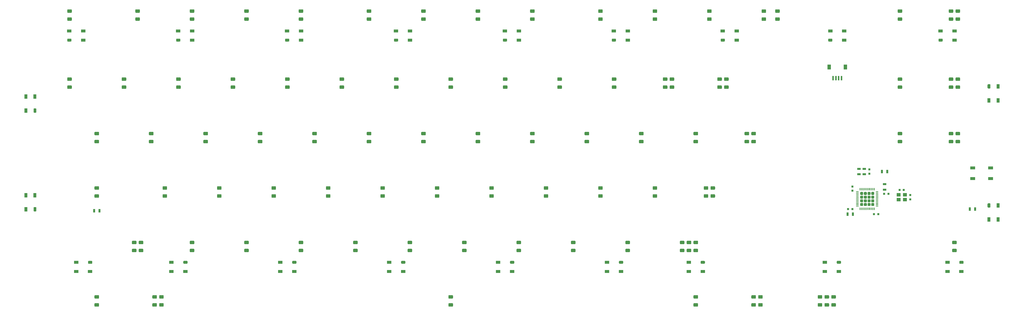
<source format=gbr>
%TF.GenerationSoftware,KiCad,Pcbnew,(5.1.10)-1*%
%TF.CreationDate,2022-04-07T18:11:12+07:00*%
%TF.ProjectId,solder,736f6c64-6572-42e6-9b69-6361645f7063,rev?*%
%TF.SameCoordinates,Original*%
%TF.FileFunction,Paste,Bot*%
%TF.FilePolarity,Positive*%
%FSLAX46Y46*%
G04 Gerber Fmt 4.6, Leading zero omitted, Abs format (unit mm)*
G04 Created by KiCad (PCBNEW (5.1.10)-1) date 2022-04-07 18:11:12*
%MOMM*%
%LPD*%
G01*
G04 APERTURE LIST*
%ADD10R,1.800000X1.100000*%
%ADD11R,0.700000X1.300000*%
%ADD12R,1.500000X1.000000*%
%ADD13R,1.000000X1.500000*%
%ADD14R,1.400000X1.200000*%
%ADD15R,1.300000X0.700000*%
%ADD16R,0.600000X1.550000*%
%ADD17R,1.200000X1.800000*%
%ADD18R,0.800000X0.750000*%
%ADD19R,0.750000X0.800000*%
G04 APERTURE END LIST*
D10*
%TO.C,SW1*%
X349325296Y-79707881D03*
X355525296Y-83407881D03*
X349325296Y-83407881D03*
X355525296Y-79707881D03*
%TD*%
D11*
%TO.C,R3*%
X41912536Y-94654767D03*
X43812536Y-94654767D03*
%TD*%
%TO.C,R2*%
X319442455Y-80962568D03*
X317542455Y-80962568D03*
%TD*%
D12*
%TO.C,RGB22*%
X68987656Y-115900096D03*
X68987656Y-112700096D03*
X73887656Y-115900096D03*
G36*
G01*
X73137656Y-112950096D02*
X73137656Y-112450096D01*
G75*
G02*
X73387656Y-112200096I250000J0D01*
G01*
X74387656Y-112200096D01*
G75*
G02*
X74637656Y-112450096I0J-250000D01*
G01*
X74637656Y-112950096D01*
G75*
G02*
X74387656Y-113200096I-250000J0D01*
G01*
X73387656Y-113200096D01*
G75*
G02*
X73137656Y-112950096I0J250000D01*
G01*
G37*
%TD*%
%TO.C,RGB21*%
X107087656Y-115900096D03*
X107087656Y-112700096D03*
X111987656Y-115900096D03*
G36*
G01*
X111237656Y-112950096D02*
X111237656Y-112450096D01*
G75*
G02*
X111487656Y-112200096I250000J0D01*
G01*
X112487656Y-112200096D01*
G75*
G02*
X112737656Y-112450096I0J-250000D01*
G01*
X112737656Y-112950096D01*
G75*
G02*
X112487656Y-113200096I-250000J0D01*
G01*
X111487656Y-113200096D01*
G75*
G02*
X111237656Y-112950096I0J250000D01*
G01*
G37*
%TD*%
%TO.C,RGB20*%
X145187656Y-115900096D03*
X145187656Y-112700096D03*
X150087656Y-115900096D03*
G36*
G01*
X149337656Y-112950096D02*
X149337656Y-112450096D01*
G75*
G02*
X149587656Y-112200096I250000J0D01*
G01*
X150587656Y-112200096D01*
G75*
G02*
X150837656Y-112450096I0J-250000D01*
G01*
X150837656Y-112950096D01*
G75*
G02*
X150587656Y-113200096I-250000J0D01*
G01*
X149587656Y-113200096D01*
G75*
G02*
X149337656Y-112950096I0J250000D01*
G01*
G37*
%TD*%
%TO.C,RGB19*%
X183287656Y-115900096D03*
X183287656Y-112700096D03*
X188187656Y-115900096D03*
G36*
G01*
X187437656Y-112950096D02*
X187437656Y-112450096D01*
G75*
G02*
X187687656Y-112200096I250000J0D01*
G01*
X188687656Y-112200096D01*
G75*
G02*
X188937656Y-112450096I0J-250000D01*
G01*
X188937656Y-112950096D01*
G75*
G02*
X188687656Y-113200096I-250000J0D01*
G01*
X187687656Y-113200096D01*
G75*
G02*
X187437656Y-112950096I0J250000D01*
G01*
G37*
%TD*%
%TO.C,RGB18*%
X221387688Y-115900096D03*
X221387688Y-112700096D03*
X226287688Y-115900096D03*
G36*
G01*
X225537688Y-112950096D02*
X225537688Y-112450096D01*
G75*
G02*
X225787688Y-112200096I250000J0D01*
G01*
X226787688Y-112200096D01*
G75*
G02*
X227037688Y-112450096I0J-250000D01*
G01*
X227037688Y-112950096D01*
G75*
G02*
X226787688Y-113200096I-250000J0D01*
G01*
X225787688Y-113200096D01*
G75*
G02*
X225537688Y-112950096I0J250000D01*
G01*
G37*
%TD*%
%TO.C,RGB17*%
X249962712Y-115900096D03*
X249962712Y-112700096D03*
X254862712Y-115900096D03*
G36*
G01*
X254112712Y-112950096D02*
X254112712Y-112450096D01*
G75*
G02*
X254362712Y-112200096I250000J0D01*
G01*
X255362712Y-112200096D01*
G75*
G02*
X255612712Y-112450096I0J-250000D01*
G01*
X255612712Y-112950096D01*
G75*
G02*
X255362712Y-113200096I-250000J0D01*
G01*
X254362712Y-113200096D01*
G75*
G02*
X254112712Y-112950096I0J250000D01*
G01*
G37*
%TD*%
%TO.C,RGB16*%
X297587752Y-115900096D03*
X297587752Y-112700096D03*
X302487752Y-115900096D03*
G36*
G01*
X301737752Y-112950096D02*
X301737752Y-112450096D01*
G75*
G02*
X301987752Y-112200096I250000J0D01*
G01*
X302987752Y-112200096D01*
G75*
G02*
X303237752Y-112450096I0J-250000D01*
G01*
X303237752Y-112950096D01*
G75*
G02*
X302987752Y-113200096I-250000J0D01*
G01*
X301987752Y-113200096D01*
G75*
G02*
X301737752Y-112950096I0J250000D01*
G01*
G37*
%TD*%
%TO.C,RGB15*%
X340450288Y-115900096D03*
X340450288Y-112700096D03*
X345350288Y-115900096D03*
G36*
G01*
X344600288Y-112950096D02*
X344600288Y-112450096D01*
G75*
G02*
X344850288Y-112200096I250000J0D01*
G01*
X345850288Y-112200096D01*
G75*
G02*
X346100288Y-112450096I0J-250000D01*
G01*
X346100288Y-112950096D01*
G75*
G02*
X345850288Y-113200096I-250000J0D01*
G01*
X344850288Y-113200096D01*
G75*
G02*
X344600288Y-112950096I0J250000D01*
G01*
G37*
%TD*%
D13*
%TO.C,RGB14*%
X358192487Y-97700080D03*
X354992487Y-97700080D03*
X358192487Y-92800080D03*
G36*
G01*
X355242487Y-93550080D02*
X354742487Y-93550080D01*
G75*
G02*
X354492487Y-93300080I0J250000D01*
G01*
X354492487Y-92300080D01*
G75*
G02*
X354742487Y-92050080I250000J0D01*
G01*
X355242487Y-92050080D01*
G75*
G02*
X355492487Y-92300080I0J-250000D01*
G01*
X355492487Y-93300080D01*
G75*
G02*
X355242487Y-93550080I-250000J0D01*
G01*
G37*
%TD*%
D12*
%TO.C,RGB13*%
X35650032Y-115900096D03*
X35650032Y-112700096D03*
X40550032Y-115900096D03*
G36*
G01*
X39800032Y-112950096D02*
X39800032Y-112450096D01*
G75*
G02*
X40050032Y-112200096I250000J0D01*
G01*
X41050032Y-112200096D01*
G75*
G02*
X41300032Y-112450096I0J-250000D01*
G01*
X41300032Y-112950096D01*
G75*
G02*
X41050032Y-113200096I-250000J0D01*
G01*
X40050032Y-113200096D01*
G75*
G02*
X39800032Y-112950096I0J250000D01*
G01*
G37*
%TD*%
D13*
%TO.C,RGB12*%
X18045329Y-89228202D03*
X21245329Y-89228202D03*
X18045329Y-94128202D03*
G36*
G01*
X20995329Y-93378202D02*
X21495329Y-93378202D01*
G75*
G02*
X21745329Y-93628202I0J-250000D01*
G01*
X21745329Y-94628202D01*
G75*
G02*
X21495329Y-94878202I-250000J0D01*
G01*
X20995329Y-94878202D01*
G75*
G02*
X20745329Y-94628202I0J250000D01*
G01*
X20745329Y-93628202D01*
G75*
G02*
X20995329Y-93378202I250000J0D01*
G01*
G37*
%TD*%
%TO.C,RGB11*%
X18045329Y-54700048D03*
X21245329Y-54700048D03*
X18045329Y-59600048D03*
G36*
G01*
X20995329Y-58850048D02*
X21495329Y-58850048D01*
G75*
G02*
X21745329Y-59100048I0J-250000D01*
G01*
X21745329Y-60100048D01*
G75*
G02*
X21495329Y-60350048I-250000J0D01*
G01*
X20995329Y-60350048D01*
G75*
G02*
X20745329Y-60100048I0J250000D01*
G01*
X20745329Y-59100048D01*
G75*
G02*
X20995329Y-58850048I250000J0D01*
G01*
G37*
%TD*%
D12*
%TO.C,RGB10*%
X38168780Y-31737528D03*
X38168780Y-34937528D03*
X33268780Y-31737528D03*
G36*
G01*
X34018780Y-34687528D02*
X34018780Y-35187528D01*
G75*
G02*
X33768780Y-35437528I-250000J0D01*
G01*
X32768780Y-35437528D01*
G75*
G02*
X32518780Y-35187528I0J250000D01*
G01*
X32518780Y-34687528D01*
G75*
G02*
X32768780Y-34437528I250000J0D01*
G01*
X33768780Y-34437528D01*
G75*
G02*
X34018780Y-34687528I0J-250000D01*
G01*
G37*
%TD*%
%TO.C,RGB9*%
X76268780Y-31737528D03*
X76268780Y-34937528D03*
X71368780Y-31737528D03*
G36*
G01*
X72118780Y-34687528D02*
X72118780Y-35187528D01*
G75*
G02*
X71868780Y-35437528I-250000J0D01*
G01*
X70868780Y-35437528D01*
G75*
G02*
X70618780Y-35187528I0J250000D01*
G01*
X70618780Y-34687528D01*
G75*
G02*
X70868780Y-34437528I250000J0D01*
G01*
X71868780Y-34437528D01*
G75*
G02*
X72118780Y-34687528I0J-250000D01*
G01*
G37*
%TD*%
%TO.C,RGB8*%
X114368780Y-31737528D03*
X114368780Y-34937528D03*
X109468780Y-31737528D03*
G36*
G01*
X110218780Y-34687528D02*
X110218780Y-35187528D01*
G75*
G02*
X109968780Y-35437528I-250000J0D01*
G01*
X108968780Y-35437528D01*
G75*
G02*
X108718780Y-35187528I0J250000D01*
G01*
X108718780Y-34687528D01*
G75*
G02*
X108968780Y-34437528I250000J0D01*
G01*
X109968780Y-34437528D01*
G75*
G02*
X110218780Y-34687528I0J-250000D01*
G01*
G37*
%TD*%
%TO.C,RGB7*%
X152468780Y-31737528D03*
X152468780Y-34937528D03*
X147568780Y-31737528D03*
G36*
G01*
X148318780Y-34687528D02*
X148318780Y-35187528D01*
G75*
G02*
X148068780Y-35437528I-250000J0D01*
G01*
X147068780Y-35437528D01*
G75*
G02*
X146818780Y-35187528I0J250000D01*
G01*
X146818780Y-34687528D01*
G75*
G02*
X147068780Y-34437528I250000J0D01*
G01*
X148068780Y-34437528D01*
G75*
G02*
X148318780Y-34687528I0J-250000D01*
G01*
G37*
%TD*%
%TO.C,RGB6*%
X190568780Y-31737528D03*
X190568780Y-34937528D03*
X185668780Y-31737528D03*
G36*
G01*
X186418780Y-34687528D02*
X186418780Y-35187528D01*
G75*
G02*
X186168780Y-35437528I-250000J0D01*
G01*
X185168780Y-35437528D01*
G75*
G02*
X184918780Y-35187528I0J250000D01*
G01*
X184918780Y-34687528D01*
G75*
G02*
X185168780Y-34437528I250000J0D01*
G01*
X186168780Y-34437528D01*
G75*
G02*
X186418780Y-34687528I0J-250000D01*
G01*
G37*
%TD*%
%TO.C,RGB5*%
X228668780Y-31737528D03*
X228668780Y-34937528D03*
X223768780Y-31737528D03*
G36*
G01*
X224518780Y-34687528D02*
X224518780Y-35187528D01*
G75*
G02*
X224268780Y-35437528I-250000J0D01*
G01*
X223268780Y-35437528D01*
G75*
G02*
X223018780Y-35187528I0J250000D01*
G01*
X223018780Y-34687528D01*
G75*
G02*
X223268780Y-34437528I250000J0D01*
G01*
X224268780Y-34437528D01*
G75*
G02*
X224518780Y-34687528I0J-250000D01*
G01*
G37*
%TD*%
%TO.C,RGB4*%
X266768780Y-31737528D03*
X266768780Y-34937528D03*
X261868780Y-31737528D03*
G36*
G01*
X262618780Y-34687528D02*
X262618780Y-35187528D01*
G75*
G02*
X262368780Y-35437528I-250000J0D01*
G01*
X261368780Y-35437528D01*
G75*
G02*
X261118780Y-35187528I0J250000D01*
G01*
X261118780Y-34687528D01*
G75*
G02*
X261368780Y-34437528I250000J0D01*
G01*
X262368780Y-34437528D01*
G75*
G02*
X262618780Y-34687528I0J-250000D01*
G01*
G37*
%TD*%
%TO.C,RGB3*%
X304368780Y-31737528D03*
X304368780Y-34937528D03*
X299468780Y-31737528D03*
G36*
G01*
X300218780Y-34687528D02*
X300218780Y-35187528D01*
G75*
G02*
X299968780Y-35437528I-250000J0D01*
G01*
X298968780Y-35437528D01*
G75*
G02*
X298718780Y-35187528I0J250000D01*
G01*
X298718780Y-34687528D01*
G75*
G02*
X298968780Y-34437528I250000J0D01*
G01*
X299968780Y-34437528D01*
G75*
G02*
X300218780Y-34687528I0J-250000D01*
G01*
G37*
%TD*%
%TO.C,RGB2*%
X342968780Y-31737528D03*
X342968780Y-34937528D03*
X338068780Y-31737528D03*
G36*
G01*
X338818780Y-34687528D02*
X338818780Y-35187528D01*
G75*
G02*
X338568780Y-35437528I-250000J0D01*
G01*
X337568780Y-35437528D01*
G75*
G02*
X337318780Y-35187528I0J250000D01*
G01*
X337318780Y-34687528D01*
G75*
G02*
X337568780Y-34437528I250000J0D01*
G01*
X338568780Y-34437528D01*
G75*
G02*
X338818780Y-34687528I0J-250000D01*
G01*
G37*
%TD*%
%TO.C,RGB1*%
G36*
G01*
X355242487Y-51878170D02*
X354742487Y-51878170D01*
G75*
G02*
X354492487Y-51628170I0J250000D01*
G01*
X354492487Y-50628170D01*
G75*
G02*
X354742487Y-50378170I250000J0D01*
G01*
X355242487Y-50378170D01*
G75*
G02*
X355492487Y-50628170I0J-250000D01*
G01*
X355492487Y-51628170D01*
G75*
G02*
X355242487Y-51878170I-250000J0D01*
G01*
G37*
D13*
X358192487Y-51128170D03*
X354992487Y-56028170D03*
X358192487Y-56028170D03*
%TD*%
D11*
%TO.C,R1*%
X350158105Y-94059454D03*
X348258105Y-94059454D03*
%TD*%
%TO.C,D90*%
G36*
G01*
X298811813Y-128206356D02*
X297691813Y-128206356D01*
G75*
G02*
X297451813Y-127966356I0J240000D01*
G01*
X297451813Y-127246356D01*
G75*
G02*
X297691813Y-127006356I240000J0D01*
G01*
X298811813Y-127006356D01*
G75*
G02*
X299051813Y-127246356I0J-240000D01*
G01*
X299051813Y-127966356D01*
G75*
G02*
X298811813Y-128206356I-240000J0D01*
G01*
G37*
G36*
G01*
X298811813Y-125406356D02*
X297691813Y-125406356D01*
G75*
G02*
X297451813Y-125166356I0J240000D01*
G01*
X297451813Y-124446356D01*
G75*
G02*
X297691813Y-124206356I240000J0D01*
G01*
X298811813Y-124206356D01*
G75*
G02*
X299051813Y-124446356I0J-240000D01*
G01*
X299051813Y-125166356D01*
G75*
G02*
X298811813Y-125406356I-240000J0D01*
G01*
G37*
%TD*%
%TO.C,D89*%
G36*
G01*
X344650914Y-71056308D02*
X343530914Y-71056308D01*
G75*
G02*
X343290914Y-70816308I0J240000D01*
G01*
X343290914Y-70096308D01*
G75*
G02*
X343530914Y-69856308I240000J0D01*
G01*
X344650914Y-69856308D01*
G75*
G02*
X344890914Y-70096308I0J-240000D01*
G01*
X344890914Y-70816308D01*
G75*
G02*
X344650914Y-71056308I-240000J0D01*
G01*
G37*
G36*
G01*
X344650914Y-68256308D02*
X343530914Y-68256308D01*
G75*
G02*
X343290914Y-68016308I0J240000D01*
G01*
X343290914Y-67296308D01*
G75*
G02*
X343530914Y-67056308I240000J0D01*
G01*
X344650914Y-67056308D01*
G75*
G02*
X344890914Y-67296308I0J-240000D01*
G01*
X344890914Y-68016308D01*
G75*
G02*
X344650914Y-68256308I-240000J0D01*
G01*
G37*
%TD*%
%TO.C,D88*%
G36*
G01*
X344650914Y-52006292D02*
X343530914Y-52006292D01*
G75*
G02*
X343290914Y-51766292I0J240000D01*
G01*
X343290914Y-51046292D01*
G75*
G02*
X343530914Y-50806292I240000J0D01*
G01*
X344650914Y-50806292D01*
G75*
G02*
X344890914Y-51046292I0J-240000D01*
G01*
X344890914Y-51766292D01*
G75*
G02*
X344650914Y-52006292I-240000J0D01*
G01*
G37*
G36*
G01*
X344650914Y-49206292D02*
X343530914Y-49206292D01*
G75*
G02*
X343290914Y-48966292I0J240000D01*
G01*
X343290914Y-48246292D01*
G75*
G02*
X343530914Y-48006292I240000J0D01*
G01*
X344650914Y-48006292D01*
G75*
G02*
X344890914Y-48246292I0J-240000D01*
G01*
X344890914Y-48966292D01*
G75*
G02*
X344650914Y-49206292I-240000J0D01*
G01*
G37*
%TD*%
%TO.C,D87*%
G36*
G01*
X344650625Y-28193750D02*
X343530625Y-28193750D01*
G75*
G02*
X343290625Y-27953750I0J240000D01*
G01*
X343290625Y-27233750D01*
G75*
G02*
X343530625Y-26993750I240000J0D01*
G01*
X344650625Y-26993750D01*
G75*
G02*
X344890625Y-27233750I0J-240000D01*
G01*
X344890625Y-27953750D01*
G75*
G02*
X344650625Y-28193750I-240000J0D01*
G01*
G37*
G36*
G01*
X344650625Y-25393750D02*
X343530625Y-25393750D01*
G75*
G02*
X343290625Y-25153750I0J240000D01*
G01*
X343290625Y-24433750D01*
G75*
G02*
X343530625Y-24193750I240000J0D01*
G01*
X344650625Y-24193750D01*
G75*
G02*
X344890625Y-24433750I0J-240000D01*
G01*
X344890625Y-25153750D01*
G75*
G02*
X344650625Y-25393750I-240000J0D01*
G01*
G37*
%TD*%
%TO.C,D86*%
G36*
G01*
X301193065Y-128206356D02*
X300073065Y-128206356D01*
G75*
G02*
X299833065Y-127966356I0J240000D01*
G01*
X299833065Y-127246356D01*
G75*
G02*
X300073065Y-127006356I240000J0D01*
G01*
X301193065Y-127006356D01*
G75*
G02*
X301433065Y-127246356I0J-240000D01*
G01*
X301433065Y-127966356D01*
G75*
G02*
X301193065Y-128206356I-240000J0D01*
G01*
G37*
G36*
G01*
X301193065Y-125406356D02*
X300073065Y-125406356D01*
G75*
G02*
X299833065Y-125166356I0J240000D01*
G01*
X299833065Y-124446356D01*
G75*
G02*
X300073065Y-124206356I240000J0D01*
G01*
X301193065Y-124206356D01*
G75*
G02*
X301433065Y-124446356I0J-240000D01*
G01*
X301433065Y-125166356D01*
G75*
G02*
X301193065Y-125406356I-240000J0D01*
G01*
G37*
%TD*%
%TO.C,D85*%
G36*
G01*
X343460288Y-109156340D02*
X342340288Y-109156340D01*
G75*
G02*
X342100288Y-108916340I0J240000D01*
G01*
X342100288Y-108196340D01*
G75*
G02*
X342340288Y-107956340I240000J0D01*
G01*
X343460288Y-107956340D01*
G75*
G02*
X343700288Y-108196340I0J-240000D01*
G01*
X343700288Y-108916340D01*
G75*
G02*
X343460288Y-109156340I-240000J0D01*
G01*
G37*
G36*
G01*
X343460288Y-106356340D02*
X342340288Y-106356340D01*
G75*
G02*
X342100288Y-106116340I0J240000D01*
G01*
X342100288Y-105396340D01*
G75*
G02*
X342340288Y-105156340I240000J0D01*
G01*
X343460288Y-105156340D01*
G75*
G02*
X343700288Y-105396340I0J-240000D01*
G01*
X343700288Y-106116340D01*
G75*
G02*
X343460288Y-106356340I-240000J0D01*
G01*
G37*
%TD*%
%TO.C,D83*%
G36*
G01*
X342269662Y-52006292D02*
X341149662Y-52006292D01*
G75*
G02*
X340909662Y-51766292I0J240000D01*
G01*
X340909662Y-51046292D01*
G75*
G02*
X341149662Y-50806292I240000J0D01*
G01*
X342269662Y-50806292D01*
G75*
G02*
X342509662Y-51046292I0J-240000D01*
G01*
X342509662Y-51766292D01*
G75*
G02*
X342269662Y-52006292I-240000J0D01*
G01*
G37*
G36*
G01*
X342269662Y-49206292D02*
X341149662Y-49206292D01*
G75*
G02*
X340909662Y-48966292I0J240000D01*
G01*
X340909662Y-48246292D01*
G75*
G02*
X341149662Y-48006292I240000J0D01*
G01*
X342269662Y-48006292D01*
G75*
G02*
X342509662Y-48246292I0J-240000D01*
G01*
X342509662Y-48966292D01*
G75*
G02*
X342269662Y-49206292I-240000J0D01*
G01*
G37*
%TD*%
%TO.C,D82*%
G36*
G01*
X342269375Y-28193750D02*
X341149375Y-28193750D01*
G75*
G02*
X340909375Y-27953750I0J240000D01*
G01*
X340909375Y-27233750D01*
G75*
G02*
X341149375Y-26993750I240000J0D01*
G01*
X342269375Y-26993750D01*
G75*
G02*
X342509375Y-27233750I0J-240000D01*
G01*
X342509375Y-27953750D01*
G75*
G02*
X342269375Y-28193750I-240000J0D01*
G01*
G37*
G36*
G01*
X342269375Y-25393750D02*
X341149375Y-25393750D01*
G75*
G02*
X340909375Y-25153750I0J240000D01*
G01*
X340909375Y-24433750D01*
G75*
G02*
X341149375Y-24193750I240000J0D01*
G01*
X342269375Y-24193750D01*
G75*
G02*
X342509375Y-24433750I0J-240000D01*
G01*
X342509375Y-25153750D01*
G75*
G02*
X342269375Y-25393750I-240000J0D01*
G01*
G37*
%TD*%
%TO.C,D81*%
G36*
G01*
X296430561Y-128206356D02*
X295310561Y-128206356D01*
G75*
G02*
X295070561Y-127966356I0J240000D01*
G01*
X295070561Y-127246356D01*
G75*
G02*
X295310561Y-127006356I240000J0D01*
G01*
X296430561Y-127006356D01*
G75*
G02*
X296670561Y-127246356I0J-240000D01*
G01*
X296670561Y-127966356D01*
G75*
G02*
X296430561Y-128206356I-240000J0D01*
G01*
G37*
G36*
G01*
X296430561Y-125406356D02*
X295310561Y-125406356D01*
G75*
G02*
X295070561Y-125166356I0J240000D01*
G01*
X295070561Y-124446356D01*
G75*
G02*
X295310561Y-124206356I240000J0D01*
G01*
X296430561Y-124206356D01*
G75*
G02*
X296670561Y-124446356I0J-240000D01*
G01*
X296670561Y-125166356D01*
G75*
G02*
X296430561Y-125406356I-240000J0D01*
G01*
G37*
%TD*%
%TO.C,D80*%
G36*
G01*
X324410272Y-71056308D02*
X323290272Y-71056308D01*
G75*
G02*
X323050272Y-70816308I0J240000D01*
G01*
X323050272Y-70096308D01*
G75*
G02*
X323290272Y-69856308I240000J0D01*
G01*
X324410272Y-69856308D01*
G75*
G02*
X324650272Y-70096308I0J-240000D01*
G01*
X324650272Y-70816308D01*
G75*
G02*
X324410272Y-71056308I-240000J0D01*
G01*
G37*
G36*
G01*
X324410272Y-68256308D02*
X323290272Y-68256308D01*
G75*
G02*
X323050272Y-68016308I0J240000D01*
G01*
X323050272Y-67296308D01*
G75*
G02*
X323290272Y-67056308I240000J0D01*
G01*
X324410272Y-67056308D01*
G75*
G02*
X324650272Y-67296308I0J-240000D01*
G01*
X324650272Y-68016308D01*
G75*
G02*
X324410272Y-68256308I-240000J0D01*
G01*
G37*
%TD*%
%TO.C,D79*%
G36*
G01*
X324410272Y-52006292D02*
X323290272Y-52006292D01*
G75*
G02*
X323050272Y-51766292I0J240000D01*
G01*
X323050272Y-51046292D01*
G75*
G02*
X323290272Y-50806292I240000J0D01*
G01*
X324410272Y-50806292D01*
G75*
G02*
X324650272Y-51046292I0J-240000D01*
G01*
X324650272Y-51766292D01*
G75*
G02*
X324410272Y-52006292I-240000J0D01*
G01*
G37*
G36*
G01*
X324410272Y-49206292D02*
X323290272Y-49206292D01*
G75*
G02*
X323050272Y-48966292I0J240000D01*
G01*
X323050272Y-48246292D01*
G75*
G02*
X323290272Y-48006292I240000J0D01*
G01*
X324410272Y-48006292D01*
G75*
G02*
X324650272Y-48246292I0J-240000D01*
G01*
X324650272Y-48966292D01*
G75*
G02*
X324410272Y-49206292I-240000J0D01*
G01*
G37*
%TD*%
%TO.C,D78*%
G36*
G01*
X324410000Y-28193750D02*
X323290000Y-28193750D01*
G75*
G02*
X323050000Y-27953750I0J240000D01*
G01*
X323050000Y-27233750D01*
G75*
G02*
X323290000Y-26993750I240000J0D01*
G01*
X324410000Y-26993750D01*
G75*
G02*
X324650000Y-27233750I0J-240000D01*
G01*
X324650000Y-27953750D01*
G75*
G02*
X324410000Y-28193750I-240000J0D01*
G01*
G37*
G36*
G01*
X324410000Y-25393750D02*
X323290000Y-25393750D01*
G75*
G02*
X323050000Y-25153750I0J240000D01*
G01*
X323050000Y-24433750D01*
G75*
G02*
X323290000Y-24193750I240000J0D01*
G01*
X324410000Y-24193750D01*
G75*
G02*
X324650000Y-24433750I0J-240000D01*
G01*
X324650000Y-25153750D01*
G75*
G02*
X324410000Y-25393750I-240000J0D01*
G01*
G37*
%TD*%
%TO.C,D77*%
G36*
G01*
X275594606Y-128206356D02*
X274474606Y-128206356D01*
G75*
G02*
X274234606Y-127966356I0J240000D01*
G01*
X274234606Y-127246356D01*
G75*
G02*
X274474606Y-127006356I240000J0D01*
G01*
X275594606Y-127006356D01*
G75*
G02*
X275834606Y-127246356I0J-240000D01*
G01*
X275834606Y-127966356D01*
G75*
G02*
X275594606Y-128206356I-240000J0D01*
G01*
G37*
G36*
G01*
X275594606Y-125406356D02*
X274474606Y-125406356D01*
G75*
G02*
X274234606Y-125166356I0J240000D01*
G01*
X274234606Y-124446356D01*
G75*
G02*
X274474606Y-124206356I240000J0D01*
G01*
X275594606Y-124206356D01*
G75*
G02*
X275834606Y-124446356I0J-240000D01*
G01*
X275834606Y-125166356D01*
G75*
G02*
X275594606Y-125406356I-240000J0D01*
G01*
G37*
%TD*%
%TO.C,D84*%
G36*
G01*
X342269662Y-71056308D02*
X341149662Y-71056308D01*
G75*
G02*
X340909662Y-70816308I0J240000D01*
G01*
X340909662Y-70096308D01*
G75*
G02*
X341149662Y-69856308I240000J0D01*
G01*
X342269662Y-69856308D01*
G75*
G02*
X342509662Y-70096308I0J-240000D01*
G01*
X342509662Y-70816308D01*
G75*
G02*
X342269662Y-71056308I-240000J0D01*
G01*
G37*
G36*
G01*
X342269662Y-68256308D02*
X341149662Y-68256308D01*
G75*
G02*
X340909662Y-68016308I0J240000D01*
G01*
X340909662Y-67296308D01*
G75*
G02*
X341149662Y-67056308I240000J0D01*
G01*
X342269662Y-67056308D01*
G75*
G02*
X342509662Y-67296308I0J-240000D01*
G01*
X342509662Y-68016308D01*
G75*
G02*
X342269662Y-68256308I-240000J0D01*
G01*
G37*
%TD*%
%TO.C,D76*%
G36*
G01*
X263688346Y-52006292D02*
X262568346Y-52006292D01*
G75*
G02*
X262328346Y-51766292I0J240000D01*
G01*
X262328346Y-51046292D01*
G75*
G02*
X262568346Y-50806292I240000J0D01*
G01*
X263688346Y-50806292D01*
G75*
G02*
X263928346Y-51046292I0J-240000D01*
G01*
X263928346Y-51766292D01*
G75*
G02*
X263688346Y-52006292I-240000J0D01*
G01*
G37*
G36*
G01*
X263688346Y-49206292D02*
X262568346Y-49206292D01*
G75*
G02*
X262328346Y-48966292I0J240000D01*
G01*
X262328346Y-48246292D01*
G75*
G02*
X262568346Y-48006292I240000J0D01*
G01*
X263688346Y-48006292D01*
G75*
G02*
X263928346Y-48246292I0J-240000D01*
G01*
X263928346Y-48966292D01*
G75*
G02*
X263688346Y-49206292I-240000J0D01*
G01*
G37*
%TD*%
%TO.C,D75*%
G36*
G01*
X273213354Y-128206356D02*
X272093354Y-128206356D01*
G75*
G02*
X271853354Y-127966356I0J240000D01*
G01*
X271853354Y-127246356D01*
G75*
G02*
X272093354Y-127006356I240000J0D01*
G01*
X273213354Y-127006356D01*
G75*
G02*
X273453354Y-127246356I0J-240000D01*
G01*
X273453354Y-127966356D01*
G75*
G02*
X273213354Y-128206356I-240000J0D01*
G01*
G37*
G36*
G01*
X273213354Y-125406356D02*
X272093354Y-125406356D01*
G75*
G02*
X271853354Y-125166356I0J240000D01*
G01*
X271853354Y-124446356D01*
G75*
G02*
X272093354Y-124206356I240000J0D01*
G01*
X273213354Y-124206356D01*
G75*
G02*
X273453354Y-124446356I0J-240000D01*
G01*
X273453354Y-125166356D01*
G75*
G02*
X273213354Y-125406356I-240000J0D01*
G01*
G37*
%TD*%
%TO.C,D74*%
G36*
G01*
X252972712Y-109156340D02*
X251852712Y-109156340D01*
G75*
G02*
X251612712Y-108916340I0J240000D01*
G01*
X251612712Y-108196340D01*
G75*
G02*
X251852712Y-107956340I240000J0D01*
G01*
X252972712Y-107956340D01*
G75*
G02*
X253212712Y-108196340I0J-240000D01*
G01*
X253212712Y-108916340D01*
G75*
G02*
X252972712Y-109156340I-240000J0D01*
G01*
G37*
G36*
G01*
X252972712Y-106356340D02*
X251852712Y-106356340D01*
G75*
G02*
X251612712Y-106116340I0J240000D01*
G01*
X251612712Y-105396340D01*
G75*
G02*
X251852712Y-105156340I240000J0D01*
G01*
X252972712Y-105156340D01*
G75*
G02*
X253212712Y-105396340I0J-240000D01*
G01*
X253212712Y-106116340D01*
G75*
G02*
X252972712Y-106356340I-240000J0D01*
G01*
G37*
%TD*%
%TO.C,D73*%
G36*
G01*
X258925842Y-90106324D02*
X257805842Y-90106324D01*
G75*
G02*
X257565842Y-89866324I0J240000D01*
G01*
X257565842Y-89146324D01*
G75*
G02*
X257805842Y-88906324I240000J0D01*
G01*
X258925842Y-88906324D01*
G75*
G02*
X259165842Y-89146324I0J-240000D01*
G01*
X259165842Y-89866324D01*
G75*
G02*
X258925842Y-90106324I-240000J0D01*
G01*
G37*
G36*
G01*
X258925842Y-87306324D02*
X257805842Y-87306324D01*
G75*
G02*
X257565842Y-87066324I0J240000D01*
G01*
X257565842Y-86346324D01*
G75*
G02*
X257805842Y-86106324I240000J0D01*
G01*
X258925842Y-86106324D01*
G75*
G02*
X259165842Y-86346324I0J-240000D01*
G01*
X259165842Y-87066324D01*
G75*
G02*
X258925842Y-87306324I-240000J0D01*
G01*
G37*
%TD*%
%TO.C,D72*%
G36*
G01*
X273213354Y-71056308D02*
X272093354Y-71056308D01*
G75*
G02*
X271853354Y-70816308I0J240000D01*
G01*
X271853354Y-70096308D01*
G75*
G02*
X272093354Y-69856308I240000J0D01*
G01*
X273213354Y-69856308D01*
G75*
G02*
X273453354Y-70096308I0J-240000D01*
G01*
X273453354Y-70816308D01*
G75*
G02*
X273213354Y-71056308I-240000J0D01*
G01*
G37*
G36*
G01*
X273213354Y-68256308D02*
X272093354Y-68256308D01*
G75*
G02*
X271853354Y-68016308I0J240000D01*
G01*
X271853354Y-67296308D01*
G75*
G02*
X272093354Y-67056308I240000J0D01*
G01*
X273213354Y-67056308D01*
G75*
G02*
X273453354Y-67296308I0J-240000D01*
G01*
X273453354Y-68016308D01*
G75*
G02*
X273213354Y-68256308I-240000J0D01*
G01*
G37*
%TD*%
%TO.C,D71*%
G36*
G01*
X261307094Y-52006292D02*
X260187094Y-52006292D01*
G75*
G02*
X259947094Y-51766292I0J240000D01*
G01*
X259947094Y-51046292D01*
G75*
G02*
X260187094Y-50806292I240000J0D01*
G01*
X261307094Y-50806292D01*
G75*
G02*
X261547094Y-51046292I0J-240000D01*
G01*
X261547094Y-51766292D01*
G75*
G02*
X261307094Y-52006292I-240000J0D01*
G01*
G37*
G36*
G01*
X261307094Y-49206292D02*
X260187094Y-49206292D01*
G75*
G02*
X259947094Y-48966292I0J240000D01*
G01*
X259947094Y-48246292D01*
G75*
G02*
X260187094Y-48006292I240000J0D01*
G01*
X261307094Y-48006292D01*
G75*
G02*
X261547094Y-48246292I0J-240000D01*
G01*
X261547094Y-48966292D01*
G75*
G02*
X261307094Y-49206292I-240000J0D01*
G01*
G37*
%TD*%
%TO.C,D70*%
G36*
G01*
X281547500Y-28193750D02*
X280427500Y-28193750D01*
G75*
G02*
X280187500Y-27953750I0J240000D01*
G01*
X280187500Y-27233750D01*
G75*
G02*
X280427500Y-26993750I240000J0D01*
G01*
X281547500Y-26993750D01*
G75*
G02*
X281787500Y-27233750I0J-240000D01*
G01*
X281787500Y-27953750D01*
G75*
G02*
X281547500Y-28193750I-240000J0D01*
G01*
G37*
G36*
G01*
X281547500Y-25393750D02*
X280427500Y-25393750D01*
G75*
G02*
X280187500Y-25153750I0J240000D01*
G01*
X280187500Y-24433750D01*
G75*
G02*
X280427500Y-24193750I240000J0D01*
G01*
X281547500Y-24193750D01*
G75*
G02*
X281787500Y-24433750I0J-240000D01*
G01*
X281787500Y-25153750D01*
G75*
G02*
X281547500Y-25393750I-240000J0D01*
G01*
G37*
%TD*%
%TO.C,D69*%
G36*
G01*
X252972712Y-128206356D02*
X251852712Y-128206356D01*
G75*
G02*
X251612712Y-127966356I0J240000D01*
G01*
X251612712Y-127246356D01*
G75*
G02*
X251852712Y-127006356I240000J0D01*
G01*
X252972712Y-127006356D01*
G75*
G02*
X253212712Y-127246356I0J-240000D01*
G01*
X253212712Y-127966356D01*
G75*
G02*
X252972712Y-128206356I-240000J0D01*
G01*
G37*
G36*
G01*
X252972712Y-125406356D02*
X251852712Y-125406356D01*
G75*
G02*
X251612712Y-125166356I0J240000D01*
G01*
X251612712Y-124446356D01*
G75*
G02*
X251852712Y-124206356I240000J0D01*
G01*
X252972712Y-124206356D01*
G75*
G02*
X253212712Y-124446356I0J-240000D01*
G01*
X253212712Y-125166356D01*
G75*
G02*
X252972712Y-125406356I-240000J0D01*
G01*
G37*
%TD*%
%TO.C,D68*%
G36*
G01*
X250591460Y-109156340D02*
X249471460Y-109156340D01*
G75*
G02*
X249231460Y-108916340I0J240000D01*
G01*
X249231460Y-108196340D01*
G75*
G02*
X249471460Y-107956340I240000J0D01*
G01*
X250591460Y-107956340D01*
G75*
G02*
X250831460Y-108196340I0J-240000D01*
G01*
X250831460Y-108916340D01*
G75*
G02*
X250591460Y-109156340I-240000J0D01*
G01*
G37*
G36*
G01*
X250591460Y-106356340D02*
X249471460Y-106356340D01*
G75*
G02*
X249231460Y-106116340I0J240000D01*
G01*
X249231460Y-105396340D01*
G75*
G02*
X249471460Y-105156340I240000J0D01*
G01*
X250591460Y-105156340D01*
G75*
G02*
X250831460Y-105396340I0J-240000D01*
G01*
X250831460Y-106116340D01*
G75*
G02*
X250591460Y-106356340I-240000J0D01*
G01*
G37*
%TD*%
%TO.C,D67*%
G36*
G01*
X270832102Y-71056308D02*
X269712102Y-71056308D01*
G75*
G02*
X269472102Y-70816308I0J240000D01*
G01*
X269472102Y-70096308D01*
G75*
G02*
X269712102Y-69856308I240000J0D01*
G01*
X270832102Y-69856308D01*
G75*
G02*
X271072102Y-70096308I0J-240000D01*
G01*
X271072102Y-70816308D01*
G75*
G02*
X270832102Y-71056308I-240000J0D01*
G01*
G37*
G36*
G01*
X270832102Y-68256308D02*
X269712102Y-68256308D01*
G75*
G02*
X269472102Y-68016308I0J240000D01*
G01*
X269472102Y-67296308D01*
G75*
G02*
X269712102Y-67056308I240000J0D01*
G01*
X270832102Y-67056308D01*
G75*
G02*
X271072102Y-67296308I0J-240000D01*
G01*
X271072102Y-68016308D01*
G75*
G02*
X270832102Y-68256308I-240000J0D01*
G01*
G37*
%TD*%
%TO.C,D66*%
G36*
G01*
X244638330Y-52006292D02*
X243518330Y-52006292D01*
G75*
G02*
X243278330Y-51766292I0J240000D01*
G01*
X243278330Y-51046292D01*
G75*
G02*
X243518330Y-50806292I240000J0D01*
G01*
X244638330Y-50806292D01*
G75*
G02*
X244878330Y-51046292I0J-240000D01*
G01*
X244878330Y-51766292D01*
G75*
G02*
X244638330Y-52006292I-240000J0D01*
G01*
G37*
G36*
G01*
X244638330Y-49206292D02*
X243518330Y-49206292D01*
G75*
G02*
X243278330Y-48966292I0J240000D01*
G01*
X243278330Y-48246292D01*
G75*
G02*
X243518330Y-48006292I240000J0D01*
G01*
X244638330Y-48006292D01*
G75*
G02*
X244878330Y-48246292I0J-240000D01*
G01*
X244878330Y-48966292D01*
G75*
G02*
X244638330Y-49206292I-240000J0D01*
G01*
G37*
%TD*%
%TO.C,D65*%
G36*
G01*
X276785000Y-28193750D02*
X275665000Y-28193750D01*
G75*
G02*
X275425000Y-27953750I0J240000D01*
G01*
X275425000Y-27233750D01*
G75*
G02*
X275665000Y-26993750I240000J0D01*
G01*
X276785000Y-26993750D01*
G75*
G02*
X277025000Y-27233750I0J-240000D01*
G01*
X277025000Y-27953750D01*
G75*
G02*
X276785000Y-28193750I-240000J0D01*
G01*
G37*
G36*
G01*
X276785000Y-25393750D02*
X275665000Y-25393750D01*
G75*
G02*
X275425000Y-25153750I0J240000D01*
G01*
X275425000Y-24433750D01*
G75*
G02*
X275665000Y-24193750I240000J0D01*
G01*
X276785000Y-24193750D01*
G75*
G02*
X277025000Y-24433750I0J-240000D01*
G01*
X277025000Y-25153750D01*
G75*
G02*
X276785000Y-25393750I-240000J0D01*
G01*
G37*
%TD*%
%TO.C,D64*%
G36*
G01*
X248210208Y-109156340D02*
X247090208Y-109156340D01*
G75*
G02*
X246850208Y-108916340I0J240000D01*
G01*
X246850208Y-108196340D01*
G75*
G02*
X247090208Y-107956340I240000J0D01*
G01*
X248210208Y-107956340D01*
G75*
G02*
X248450208Y-108196340I0J-240000D01*
G01*
X248450208Y-108916340D01*
G75*
G02*
X248210208Y-109156340I-240000J0D01*
G01*
G37*
G36*
G01*
X248210208Y-106356340D02*
X247090208Y-106356340D01*
G75*
G02*
X246850208Y-106116340I0J240000D01*
G01*
X246850208Y-105396340D01*
G75*
G02*
X247090208Y-105156340I240000J0D01*
G01*
X248210208Y-105156340D01*
G75*
G02*
X248450208Y-105396340I0J-240000D01*
G01*
X248450208Y-106116340D01*
G75*
G02*
X248210208Y-106356340I-240000J0D01*
G01*
G37*
%TD*%
%TO.C,D63*%
G36*
G01*
X256544590Y-90106324D02*
X255424590Y-90106324D01*
G75*
G02*
X255184590Y-89866324I0J240000D01*
G01*
X255184590Y-89146324D01*
G75*
G02*
X255424590Y-88906324I240000J0D01*
G01*
X256544590Y-88906324D01*
G75*
G02*
X256784590Y-89146324I0J-240000D01*
G01*
X256784590Y-89866324D01*
G75*
G02*
X256544590Y-90106324I-240000J0D01*
G01*
G37*
G36*
G01*
X256544590Y-87306324D02*
X255424590Y-87306324D01*
G75*
G02*
X255184590Y-87066324I0J240000D01*
G01*
X255184590Y-86346324D01*
G75*
G02*
X255424590Y-86106324I240000J0D01*
G01*
X256544590Y-86106324D01*
G75*
G02*
X256784590Y-86346324I0J-240000D01*
G01*
X256784590Y-87066324D01*
G75*
G02*
X256544590Y-87306324I-240000J0D01*
G01*
G37*
%TD*%
%TO.C,D62*%
G36*
G01*
X252972712Y-71056308D02*
X251852712Y-71056308D01*
G75*
G02*
X251612712Y-70816308I0J240000D01*
G01*
X251612712Y-70096308D01*
G75*
G02*
X251852712Y-69856308I240000J0D01*
G01*
X252972712Y-69856308D01*
G75*
G02*
X253212712Y-70096308I0J-240000D01*
G01*
X253212712Y-70816308D01*
G75*
G02*
X252972712Y-71056308I-240000J0D01*
G01*
G37*
G36*
G01*
X252972712Y-68256308D02*
X251852712Y-68256308D01*
G75*
G02*
X251612712Y-68016308I0J240000D01*
G01*
X251612712Y-67296308D01*
G75*
G02*
X251852712Y-67056308I240000J0D01*
G01*
X252972712Y-67056308D01*
G75*
G02*
X253212712Y-67296308I0J-240000D01*
G01*
X253212712Y-68016308D01*
G75*
G02*
X252972712Y-68256308I-240000J0D01*
G01*
G37*
%TD*%
%TO.C,D61*%
G36*
G01*
X242257078Y-52006292D02*
X241137078Y-52006292D01*
G75*
G02*
X240897078Y-51766292I0J240000D01*
G01*
X240897078Y-51046292D01*
G75*
G02*
X241137078Y-50806292I240000J0D01*
G01*
X242257078Y-50806292D01*
G75*
G02*
X242497078Y-51046292I0J-240000D01*
G01*
X242497078Y-51766292D01*
G75*
G02*
X242257078Y-52006292I-240000J0D01*
G01*
G37*
G36*
G01*
X242257078Y-49206292D02*
X241137078Y-49206292D01*
G75*
G02*
X240897078Y-48966292I0J240000D01*
G01*
X240897078Y-48246292D01*
G75*
G02*
X241137078Y-48006292I240000J0D01*
G01*
X242257078Y-48006292D01*
G75*
G02*
X242497078Y-48246292I0J-240000D01*
G01*
X242497078Y-48966292D01*
G75*
G02*
X242257078Y-49206292I-240000J0D01*
G01*
G37*
%TD*%
%TO.C,D60*%
G36*
G01*
X257735000Y-28193750D02*
X256615000Y-28193750D01*
G75*
G02*
X256375000Y-27953750I0J240000D01*
G01*
X256375000Y-27233750D01*
G75*
G02*
X256615000Y-26993750I240000J0D01*
G01*
X257735000Y-26993750D01*
G75*
G02*
X257975000Y-27233750I0J-240000D01*
G01*
X257975000Y-27953750D01*
G75*
G02*
X257735000Y-28193750I-240000J0D01*
G01*
G37*
G36*
G01*
X257735000Y-25393750D02*
X256615000Y-25393750D01*
G75*
G02*
X256375000Y-25153750I0J240000D01*
G01*
X256375000Y-24433750D01*
G75*
G02*
X256615000Y-24193750I240000J0D01*
G01*
X257735000Y-24193750D01*
G75*
G02*
X257975000Y-24433750I0J-240000D01*
G01*
X257975000Y-25153750D01*
G75*
G02*
X257735000Y-25393750I-240000J0D01*
G01*
G37*
%TD*%
%TO.C,D59*%
G36*
G01*
X229160192Y-109156340D02*
X228040192Y-109156340D01*
G75*
G02*
X227800192Y-108916340I0J240000D01*
G01*
X227800192Y-108196340D01*
G75*
G02*
X228040192Y-107956340I240000J0D01*
G01*
X229160192Y-107956340D01*
G75*
G02*
X229400192Y-108196340I0J-240000D01*
G01*
X229400192Y-108916340D01*
G75*
G02*
X229160192Y-109156340I-240000J0D01*
G01*
G37*
G36*
G01*
X229160192Y-106356340D02*
X228040192Y-106356340D01*
G75*
G02*
X227800192Y-106116340I0J240000D01*
G01*
X227800192Y-105396340D01*
G75*
G02*
X228040192Y-105156340I240000J0D01*
G01*
X229160192Y-105156340D01*
G75*
G02*
X229400192Y-105396340I0J-240000D01*
G01*
X229400192Y-106116340D01*
G75*
G02*
X229160192Y-106356340I-240000J0D01*
G01*
G37*
%TD*%
%TO.C,D58*%
G36*
G01*
X238685200Y-90106324D02*
X237565200Y-90106324D01*
G75*
G02*
X237325200Y-89866324I0J240000D01*
G01*
X237325200Y-89146324D01*
G75*
G02*
X237565200Y-88906324I240000J0D01*
G01*
X238685200Y-88906324D01*
G75*
G02*
X238925200Y-89146324I0J-240000D01*
G01*
X238925200Y-89866324D01*
G75*
G02*
X238685200Y-90106324I-240000J0D01*
G01*
G37*
G36*
G01*
X238685200Y-87306324D02*
X237565200Y-87306324D01*
G75*
G02*
X237325200Y-87066324I0J240000D01*
G01*
X237325200Y-86346324D01*
G75*
G02*
X237565200Y-86106324I240000J0D01*
G01*
X238685200Y-86106324D01*
G75*
G02*
X238925200Y-86346324I0J-240000D01*
G01*
X238925200Y-87066324D01*
G75*
G02*
X238685200Y-87306324I-240000J0D01*
G01*
G37*
%TD*%
%TO.C,D57*%
G36*
G01*
X233922696Y-71056308D02*
X232802696Y-71056308D01*
G75*
G02*
X232562696Y-70816308I0J240000D01*
G01*
X232562696Y-70096308D01*
G75*
G02*
X232802696Y-69856308I240000J0D01*
G01*
X233922696Y-69856308D01*
G75*
G02*
X234162696Y-70096308I0J-240000D01*
G01*
X234162696Y-70816308D01*
G75*
G02*
X233922696Y-71056308I-240000J0D01*
G01*
G37*
G36*
G01*
X233922696Y-68256308D02*
X232802696Y-68256308D01*
G75*
G02*
X232562696Y-68016308I0J240000D01*
G01*
X232562696Y-67296308D01*
G75*
G02*
X232802696Y-67056308I240000J0D01*
G01*
X233922696Y-67056308D01*
G75*
G02*
X234162696Y-67296308I0J-240000D01*
G01*
X234162696Y-68016308D01*
G75*
G02*
X233922696Y-68256308I-240000J0D01*
G01*
G37*
%TD*%
%TO.C,D56*%
G36*
G01*
X224397688Y-52006292D02*
X223277688Y-52006292D01*
G75*
G02*
X223037688Y-51766292I0J240000D01*
G01*
X223037688Y-51046292D01*
G75*
G02*
X223277688Y-50806292I240000J0D01*
G01*
X224397688Y-50806292D01*
G75*
G02*
X224637688Y-51046292I0J-240000D01*
G01*
X224637688Y-51766292D01*
G75*
G02*
X224397688Y-52006292I-240000J0D01*
G01*
G37*
G36*
G01*
X224397688Y-49206292D02*
X223277688Y-49206292D01*
G75*
G02*
X223037688Y-48966292I0J240000D01*
G01*
X223037688Y-48246292D01*
G75*
G02*
X223277688Y-48006292I240000J0D01*
G01*
X224397688Y-48006292D01*
G75*
G02*
X224637688Y-48246292I0J-240000D01*
G01*
X224637688Y-48966292D01*
G75*
G02*
X224397688Y-49206292I-240000J0D01*
G01*
G37*
%TD*%
%TO.C,D55*%
G36*
G01*
X238685000Y-28193750D02*
X237565000Y-28193750D01*
G75*
G02*
X237325000Y-27953750I0J240000D01*
G01*
X237325000Y-27233750D01*
G75*
G02*
X237565000Y-26993750I240000J0D01*
G01*
X238685000Y-26993750D01*
G75*
G02*
X238925000Y-27233750I0J-240000D01*
G01*
X238925000Y-27953750D01*
G75*
G02*
X238685000Y-28193750I-240000J0D01*
G01*
G37*
G36*
G01*
X238685000Y-25393750D02*
X237565000Y-25393750D01*
G75*
G02*
X237325000Y-25153750I0J240000D01*
G01*
X237325000Y-24433750D01*
G75*
G02*
X237565000Y-24193750I240000J0D01*
G01*
X238685000Y-24193750D01*
G75*
G02*
X238925000Y-24433750I0J-240000D01*
G01*
X238925000Y-25153750D01*
G75*
G02*
X238685000Y-25393750I-240000J0D01*
G01*
G37*
%TD*%
%TO.C,D54*%
G36*
G01*
X210110176Y-109156340D02*
X208990176Y-109156340D01*
G75*
G02*
X208750176Y-108916340I0J240000D01*
G01*
X208750176Y-108196340D01*
G75*
G02*
X208990176Y-107956340I240000J0D01*
G01*
X210110176Y-107956340D01*
G75*
G02*
X210350176Y-108196340I0J-240000D01*
G01*
X210350176Y-108916340D01*
G75*
G02*
X210110176Y-109156340I-240000J0D01*
G01*
G37*
G36*
G01*
X210110176Y-106356340D02*
X208990176Y-106356340D01*
G75*
G02*
X208750176Y-106116340I0J240000D01*
G01*
X208750176Y-105396340D01*
G75*
G02*
X208990176Y-105156340I240000J0D01*
G01*
X210110176Y-105156340D01*
G75*
G02*
X210350176Y-105396340I0J-240000D01*
G01*
X210350176Y-106116340D01*
G75*
G02*
X210110176Y-106356340I-240000J0D01*
G01*
G37*
%TD*%
%TO.C,D53*%
G36*
G01*
X219635184Y-90106324D02*
X218515184Y-90106324D01*
G75*
G02*
X218275184Y-89866324I0J240000D01*
G01*
X218275184Y-89146324D01*
G75*
G02*
X218515184Y-88906324I240000J0D01*
G01*
X219635184Y-88906324D01*
G75*
G02*
X219875184Y-89146324I0J-240000D01*
G01*
X219875184Y-89866324D01*
G75*
G02*
X219635184Y-90106324I-240000J0D01*
G01*
G37*
G36*
G01*
X219635184Y-87306324D02*
X218515184Y-87306324D01*
G75*
G02*
X218275184Y-87066324I0J240000D01*
G01*
X218275184Y-86346324D01*
G75*
G02*
X218515184Y-86106324I240000J0D01*
G01*
X219635184Y-86106324D01*
G75*
G02*
X219875184Y-86346324I0J-240000D01*
G01*
X219875184Y-87066324D01*
G75*
G02*
X219635184Y-87306324I-240000J0D01*
G01*
G37*
%TD*%
%TO.C,D52*%
G36*
G01*
X214872680Y-71056308D02*
X213752680Y-71056308D01*
G75*
G02*
X213512680Y-70816308I0J240000D01*
G01*
X213512680Y-70096308D01*
G75*
G02*
X213752680Y-69856308I240000J0D01*
G01*
X214872680Y-69856308D01*
G75*
G02*
X215112680Y-70096308I0J-240000D01*
G01*
X215112680Y-70816308D01*
G75*
G02*
X214872680Y-71056308I-240000J0D01*
G01*
G37*
G36*
G01*
X214872680Y-68256308D02*
X213752680Y-68256308D01*
G75*
G02*
X213512680Y-68016308I0J240000D01*
G01*
X213512680Y-67296308D01*
G75*
G02*
X213752680Y-67056308I240000J0D01*
G01*
X214872680Y-67056308D01*
G75*
G02*
X215112680Y-67296308I0J-240000D01*
G01*
X215112680Y-68016308D01*
G75*
G02*
X214872680Y-68256308I-240000J0D01*
G01*
G37*
%TD*%
%TO.C,D51*%
G36*
G01*
X205347672Y-52006292D02*
X204227672Y-52006292D01*
G75*
G02*
X203987672Y-51766292I0J240000D01*
G01*
X203987672Y-51046292D01*
G75*
G02*
X204227672Y-50806292I240000J0D01*
G01*
X205347672Y-50806292D01*
G75*
G02*
X205587672Y-51046292I0J-240000D01*
G01*
X205587672Y-51766292D01*
G75*
G02*
X205347672Y-52006292I-240000J0D01*
G01*
G37*
G36*
G01*
X205347672Y-49206292D02*
X204227672Y-49206292D01*
G75*
G02*
X203987672Y-48966292I0J240000D01*
G01*
X203987672Y-48246292D01*
G75*
G02*
X204227672Y-48006292I240000J0D01*
G01*
X205347672Y-48006292D01*
G75*
G02*
X205587672Y-48246292I0J-240000D01*
G01*
X205587672Y-48966292D01*
G75*
G02*
X205347672Y-49206292I-240000J0D01*
G01*
G37*
%TD*%
%TO.C,D50*%
G36*
G01*
X219635000Y-28193750D02*
X218515000Y-28193750D01*
G75*
G02*
X218275000Y-27953750I0J240000D01*
G01*
X218275000Y-27233750D01*
G75*
G02*
X218515000Y-26993750I240000J0D01*
G01*
X219635000Y-26993750D01*
G75*
G02*
X219875000Y-27233750I0J-240000D01*
G01*
X219875000Y-27953750D01*
G75*
G02*
X219635000Y-28193750I-240000J0D01*
G01*
G37*
G36*
G01*
X219635000Y-25393750D02*
X218515000Y-25393750D01*
G75*
G02*
X218275000Y-25153750I0J240000D01*
G01*
X218275000Y-24433750D01*
G75*
G02*
X218515000Y-24193750I240000J0D01*
G01*
X219635000Y-24193750D01*
G75*
G02*
X219875000Y-24433750I0J-240000D01*
G01*
X219875000Y-25153750D01*
G75*
G02*
X219635000Y-25393750I-240000J0D01*
G01*
G37*
%TD*%
%TO.C,D49*%
G36*
G01*
X191060160Y-109156340D02*
X189940160Y-109156340D01*
G75*
G02*
X189700160Y-108916340I0J240000D01*
G01*
X189700160Y-108196340D01*
G75*
G02*
X189940160Y-107956340I240000J0D01*
G01*
X191060160Y-107956340D01*
G75*
G02*
X191300160Y-108196340I0J-240000D01*
G01*
X191300160Y-108916340D01*
G75*
G02*
X191060160Y-109156340I-240000J0D01*
G01*
G37*
G36*
G01*
X191060160Y-106356340D02*
X189940160Y-106356340D01*
G75*
G02*
X189700160Y-106116340I0J240000D01*
G01*
X189700160Y-105396340D01*
G75*
G02*
X189940160Y-105156340I240000J0D01*
G01*
X191060160Y-105156340D01*
G75*
G02*
X191300160Y-105396340I0J-240000D01*
G01*
X191300160Y-106116340D01*
G75*
G02*
X191060160Y-106356340I-240000J0D01*
G01*
G37*
%TD*%
%TO.C,D48*%
G36*
G01*
X200585168Y-90106324D02*
X199465168Y-90106324D01*
G75*
G02*
X199225168Y-89866324I0J240000D01*
G01*
X199225168Y-89146324D01*
G75*
G02*
X199465168Y-88906324I240000J0D01*
G01*
X200585168Y-88906324D01*
G75*
G02*
X200825168Y-89146324I0J-240000D01*
G01*
X200825168Y-89866324D01*
G75*
G02*
X200585168Y-90106324I-240000J0D01*
G01*
G37*
G36*
G01*
X200585168Y-87306324D02*
X199465168Y-87306324D01*
G75*
G02*
X199225168Y-87066324I0J240000D01*
G01*
X199225168Y-86346324D01*
G75*
G02*
X199465168Y-86106324I240000J0D01*
G01*
X200585168Y-86106324D01*
G75*
G02*
X200825168Y-86346324I0J-240000D01*
G01*
X200825168Y-87066324D01*
G75*
G02*
X200585168Y-87306324I-240000J0D01*
G01*
G37*
%TD*%
%TO.C,D47*%
G36*
G01*
X195822664Y-71056308D02*
X194702664Y-71056308D01*
G75*
G02*
X194462664Y-70816308I0J240000D01*
G01*
X194462664Y-70096308D01*
G75*
G02*
X194702664Y-69856308I240000J0D01*
G01*
X195822664Y-69856308D01*
G75*
G02*
X196062664Y-70096308I0J-240000D01*
G01*
X196062664Y-70816308D01*
G75*
G02*
X195822664Y-71056308I-240000J0D01*
G01*
G37*
G36*
G01*
X195822664Y-68256308D02*
X194702664Y-68256308D01*
G75*
G02*
X194462664Y-68016308I0J240000D01*
G01*
X194462664Y-67296308D01*
G75*
G02*
X194702664Y-67056308I240000J0D01*
G01*
X195822664Y-67056308D01*
G75*
G02*
X196062664Y-67296308I0J-240000D01*
G01*
X196062664Y-68016308D01*
G75*
G02*
X195822664Y-68256308I-240000J0D01*
G01*
G37*
%TD*%
%TO.C,D46*%
G36*
G01*
X186297656Y-52006292D02*
X185177656Y-52006292D01*
G75*
G02*
X184937656Y-51766292I0J240000D01*
G01*
X184937656Y-51046292D01*
G75*
G02*
X185177656Y-50806292I240000J0D01*
G01*
X186297656Y-50806292D01*
G75*
G02*
X186537656Y-51046292I0J-240000D01*
G01*
X186537656Y-51766292D01*
G75*
G02*
X186297656Y-52006292I-240000J0D01*
G01*
G37*
G36*
G01*
X186297656Y-49206292D02*
X185177656Y-49206292D01*
G75*
G02*
X184937656Y-48966292I0J240000D01*
G01*
X184937656Y-48246292D01*
G75*
G02*
X185177656Y-48006292I240000J0D01*
G01*
X186297656Y-48006292D01*
G75*
G02*
X186537656Y-48246292I0J-240000D01*
G01*
X186537656Y-48966292D01*
G75*
G02*
X186297656Y-49206292I-240000J0D01*
G01*
G37*
%TD*%
%TO.C,D45*%
G36*
G01*
X195822500Y-28193750D02*
X194702500Y-28193750D01*
G75*
G02*
X194462500Y-27953750I0J240000D01*
G01*
X194462500Y-27233750D01*
G75*
G02*
X194702500Y-26993750I240000J0D01*
G01*
X195822500Y-26993750D01*
G75*
G02*
X196062500Y-27233750I0J-240000D01*
G01*
X196062500Y-27953750D01*
G75*
G02*
X195822500Y-28193750I-240000J0D01*
G01*
G37*
G36*
G01*
X195822500Y-25393750D02*
X194702500Y-25393750D01*
G75*
G02*
X194462500Y-25153750I0J240000D01*
G01*
X194462500Y-24433750D01*
G75*
G02*
X194702500Y-24193750I240000J0D01*
G01*
X195822500Y-24193750D01*
G75*
G02*
X196062500Y-24433750I0J-240000D01*
G01*
X196062500Y-25153750D01*
G75*
G02*
X195822500Y-25393750I-240000J0D01*
G01*
G37*
%TD*%
%TO.C,D44*%
G36*
G01*
X167247640Y-128206356D02*
X166127640Y-128206356D01*
G75*
G02*
X165887640Y-127966356I0J240000D01*
G01*
X165887640Y-127246356D01*
G75*
G02*
X166127640Y-127006356I240000J0D01*
G01*
X167247640Y-127006356D01*
G75*
G02*
X167487640Y-127246356I0J-240000D01*
G01*
X167487640Y-127966356D01*
G75*
G02*
X167247640Y-128206356I-240000J0D01*
G01*
G37*
G36*
G01*
X167247640Y-125406356D02*
X166127640Y-125406356D01*
G75*
G02*
X165887640Y-125166356I0J240000D01*
G01*
X165887640Y-124446356D01*
G75*
G02*
X166127640Y-124206356I240000J0D01*
G01*
X167247640Y-124206356D01*
G75*
G02*
X167487640Y-124446356I0J-240000D01*
G01*
X167487640Y-125166356D01*
G75*
G02*
X167247640Y-125406356I-240000J0D01*
G01*
G37*
%TD*%
%TO.C,D43*%
G36*
G01*
X172010144Y-109156340D02*
X170890144Y-109156340D01*
G75*
G02*
X170650144Y-108916340I0J240000D01*
G01*
X170650144Y-108196340D01*
G75*
G02*
X170890144Y-107956340I240000J0D01*
G01*
X172010144Y-107956340D01*
G75*
G02*
X172250144Y-108196340I0J-240000D01*
G01*
X172250144Y-108916340D01*
G75*
G02*
X172010144Y-109156340I-240000J0D01*
G01*
G37*
G36*
G01*
X172010144Y-106356340D02*
X170890144Y-106356340D01*
G75*
G02*
X170650144Y-106116340I0J240000D01*
G01*
X170650144Y-105396340D01*
G75*
G02*
X170890144Y-105156340I240000J0D01*
G01*
X172010144Y-105156340D01*
G75*
G02*
X172250144Y-105396340I0J-240000D01*
G01*
X172250144Y-106116340D01*
G75*
G02*
X172010144Y-106356340I-240000J0D01*
G01*
G37*
%TD*%
%TO.C,D42*%
G36*
G01*
X181535152Y-90106324D02*
X180415152Y-90106324D01*
G75*
G02*
X180175152Y-89866324I0J240000D01*
G01*
X180175152Y-89146324D01*
G75*
G02*
X180415152Y-88906324I240000J0D01*
G01*
X181535152Y-88906324D01*
G75*
G02*
X181775152Y-89146324I0J-240000D01*
G01*
X181775152Y-89866324D01*
G75*
G02*
X181535152Y-90106324I-240000J0D01*
G01*
G37*
G36*
G01*
X181535152Y-87306324D02*
X180415152Y-87306324D01*
G75*
G02*
X180175152Y-87066324I0J240000D01*
G01*
X180175152Y-86346324D01*
G75*
G02*
X180415152Y-86106324I240000J0D01*
G01*
X181535152Y-86106324D01*
G75*
G02*
X181775152Y-86346324I0J-240000D01*
G01*
X181775152Y-87066324D01*
G75*
G02*
X181535152Y-87306324I-240000J0D01*
G01*
G37*
%TD*%
%TO.C,D41*%
G36*
G01*
X176772648Y-71056308D02*
X175652648Y-71056308D01*
G75*
G02*
X175412648Y-70816308I0J240000D01*
G01*
X175412648Y-70096308D01*
G75*
G02*
X175652648Y-69856308I240000J0D01*
G01*
X176772648Y-69856308D01*
G75*
G02*
X177012648Y-70096308I0J-240000D01*
G01*
X177012648Y-70816308D01*
G75*
G02*
X176772648Y-71056308I-240000J0D01*
G01*
G37*
G36*
G01*
X176772648Y-68256308D02*
X175652648Y-68256308D01*
G75*
G02*
X175412648Y-68016308I0J240000D01*
G01*
X175412648Y-67296308D01*
G75*
G02*
X175652648Y-67056308I240000J0D01*
G01*
X176772648Y-67056308D01*
G75*
G02*
X177012648Y-67296308I0J-240000D01*
G01*
X177012648Y-68016308D01*
G75*
G02*
X176772648Y-68256308I-240000J0D01*
G01*
G37*
%TD*%
%TO.C,D40*%
G36*
G01*
X167247640Y-52006292D02*
X166127640Y-52006292D01*
G75*
G02*
X165887640Y-51766292I0J240000D01*
G01*
X165887640Y-51046292D01*
G75*
G02*
X166127640Y-50806292I240000J0D01*
G01*
X167247640Y-50806292D01*
G75*
G02*
X167487640Y-51046292I0J-240000D01*
G01*
X167487640Y-51766292D01*
G75*
G02*
X167247640Y-52006292I-240000J0D01*
G01*
G37*
G36*
G01*
X167247640Y-49206292D02*
X166127640Y-49206292D01*
G75*
G02*
X165887640Y-48966292I0J240000D01*
G01*
X165887640Y-48246292D01*
G75*
G02*
X166127640Y-48006292I240000J0D01*
G01*
X167247640Y-48006292D01*
G75*
G02*
X167487640Y-48246292I0J-240000D01*
G01*
X167487640Y-48966292D01*
G75*
G02*
X167247640Y-49206292I-240000J0D01*
G01*
G37*
%TD*%
%TO.C,D39*%
G36*
G01*
X176772500Y-28193750D02*
X175652500Y-28193750D01*
G75*
G02*
X175412500Y-27953750I0J240000D01*
G01*
X175412500Y-27233750D01*
G75*
G02*
X175652500Y-26993750I240000J0D01*
G01*
X176772500Y-26993750D01*
G75*
G02*
X177012500Y-27233750I0J-240000D01*
G01*
X177012500Y-27953750D01*
G75*
G02*
X176772500Y-28193750I-240000J0D01*
G01*
G37*
G36*
G01*
X176772500Y-25393750D02*
X175652500Y-25393750D01*
G75*
G02*
X175412500Y-25153750I0J240000D01*
G01*
X175412500Y-24433750D01*
G75*
G02*
X175652500Y-24193750I240000J0D01*
G01*
X176772500Y-24193750D01*
G75*
G02*
X177012500Y-24433750I0J-240000D01*
G01*
X177012500Y-25153750D01*
G75*
G02*
X176772500Y-25393750I-240000J0D01*
G01*
G37*
%TD*%
%TO.C,D38*%
G36*
G01*
X152960128Y-109156340D02*
X151840128Y-109156340D01*
G75*
G02*
X151600128Y-108916340I0J240000D01*
G01*
X151600128Y-108196340D01*
G75*
G02*
X151840128Y-107956340I240000J0D01*
G01*
X152960128Y-107956340D01*
G75*
G02*
X153200128Y-108196340I0J-240000D01*
G01*
X153200128Y-108916340D01*
G75*
G02*
X152960128Y-109156340I-240000J0D01*
G01*
G37*
G36*
G01*
X152960128Y-106356340D02*
X151840128Y-106356340D01*
G75*
G02*
X151600128Y-106116340I0J240000D01*
G01*
X151600128Y-105396340D01*
G75*
G02*
X151840128Y-105156340I240000J0D01*
G01*
X152960128Y-105156340D01*
G75*
G02*
X153200128Y-105396340I0J-240000D01*
G01*
X153200128Y-106116340D01*
G75*
G02*
X152960128Y-106356340I-240000J0D01*
G01*
G37*
%TD*%
%TO.C,D37*%
G36*
G01*
X162485136Y-90106324D02*
X161365136Y-90106324D01*
G75*
G02*
X161125136Y-89866324I0J240000D01*
G01*
X161125136Y-89146324D01*
G75*
G02*
X161365136Y-88906324I240000J0D01*
G01*
X162485136Y-88906324D01*
G75*
G02*
X162725136Y-89146324I0J-240000D01*
G01*
X162725136Y-89866324D01*
G75*
G02*
X162485136Y-90106324I-240000J0D01*
G01*
G37*
G36*
G01*
X162485136Y-87306324D02*
X161365136Y-87306324D01*
G75*
G02*
X161125136Y-87066324I0J240000D01*
G01*
X161125136Y-86346324D01*
G75*
G02*
X161365136Y-86106324I240000J0D01*
G01*
X162485136Y-86106324D01*
G75*
G02*
X162725136Y-86346324I0J-240000D01*
G01*
X162725136Y-87066324D01*
G75*
G02*
X162485136Y-87306324I-240000J0D01*
G01*
G37*
%TD*%
%TO.C,D36*%
G36*
G01*
X157722632Y-71056308D02*
X156602632Y-71056308D01*
G75*
G02*
X156362632Y-70816308I0J240000D01*
G01*
X156362632Y-70096308D01*
G75*
G02*
X156602632Y-69856308I240000J0D01*
G01*
X157722632Y-69856308D01*
G75*
G02*
X157962632Y-70096308I0J-240000D01*
G01*
X157962632Y-70816308D01*
G75*
G02*
X157722632Y-71056308I-240000J0D01*
G01*
G37*
G36*
G01*
X157722632Y-68256308D02*
X156602632Y-68256308D01*
G75*
G02*
X156362632Y-68016308I0J240000D01*
G01*
X156362632Y-67296308D01*
G75*
G02*
X156602632Y-67056308I240000J0D01*
G01*
X157722632Y-67056308D01*
G75*
G02*
X157962632Y-67296308I0J-240000D01*
G01*
X157962632Y-68016308D01*
G75*
G02*
X157722632Y-68256308I-240000J0D01*
G01*
G37*
%TD*%
%TO.C,D35*%
G36*
G01*
X148197624Y-52006292D02*
X147077624Y-52006292D01*
G75*
G02*
X146837624Y-51766292I0J240000D01*
G01*
X146837624Y-51046292D01*
G75*
G02*
X147077624Y-50806292I240000J0D01*
G01*
X148197624Y-50806292D01*
G75*
G02*
X148437624Y-51046292I0J-240000D01*
G01*
X148437624Y-51766292D01*
G75*
G02*
X148197624Y-52006292I-240000J0D01*
G01*
G37*
G36*
G01*
X148197624Y-49206292D02*
X147077624Y-49206292D01*
G75*
G02*
X146837624Y-48966292I0J240000D01*
G01*
X146837624Y-48246292D01*
G75*
G02*
X147077624Y-48006292I240000J0D01*
G01*
X148197624Y-48006292D01*
G75*
G02*
X148437624Y-48246292I0J-240000D01*
G01*
X148437624Y-48966292D01*
G75*
G02*
X148197624Y-49206292I-240000J0D01*
G01*
G37*
%TD*%
%TO.C,D34*%
G36*
G01*
X157722500Y-28193750D02*
X156602500Y-28193750D01*
G75*
G02*
X156362500Y-27953750I0J240000D01*
G01*
X156362500Y-27233750D01*
G75*
G02*
X156602500Y-26993750I240000J0D01*
G01*
X157722500Y-26993750D01*
G75*
G02*
X157962500Y-27233750I0J-240000D01*
G01*
X157962500Y-27953750D01*
G75*
G02*
X157722500Y-28193750I-240000J0D01*
G01*
G37*
G36*
G01*
X157722500Y-25393750D02*
X156602500Y-25393750D01*
G75*
G02*
X156362500Y-25153750I0J240000D01*
G01*
X156362500Y-24433750D01*
G75*
G02*
X156602500Y-24193750I240000J0D01*
G01*
X157722500Y-24193750D01*
G75*
G02*
X157962500Y-24433750I0J-240000D01*
G01*
X157962500Y-25153750D01*
G75*
G02*
X157722500Y-25393750I-240000J0D01*
G01*
G37*
%TD*%
%TO.C,D33*%
G36*
G01*
X133910112Y-109156340D02*
X132790112Y-109156340D01*
G75*
G02*
X132550112Y-108916340I0J240000D01*
G01*
X132550112Y-108196340D01*
G75*
G02*
X132790112Y-107956340I240000J0D01*
G01*
X133910112Y-107956340D01*
G75*
G02*
X134150112Y-108196340I0J-240000D01*
G01*
X134150112Y-108916340D01*
G75*
G02*
X133910112Y-109156340I-240000J0D01*
G01*
G37*
G36*
G01*
X133910112Y-106356340D02*
X132790112Y-106356340D01*
G75*
G02*
X132550112Y-106116340I0J240000D01*
G01*
X132550112Y-105396340D01*
G75*
G02*
X132790112Y-105156340I240000J0D01*
G01*
X133910112Y-105156340D01*
G75*
G02*
X134150112Y-105396340I0J-240000D01*
G01*
X134150112Y-106116340D01*
G75*
G02*
X133910112Y-106356340I-240000J0D01*
G01*
G37*
%TD*%
%TO.C,D32*%
G36*
G01*
X143435120Y-90106324D02*
X142315120Y-90106324D01*
G75*
G02*
X142075120Y-89866324I0J240000D01*
G01*
X142075120Y-89146324D01*
G75*
G02*
X142315120Y-88906324I240000J0D01*
G01*
X143435120Y-88906324D01*
G75*
G02*
X143675120Y-89146324I0J-240000D01*
G01*
X143675120Y-89866324D01*
G75*
G02*
X143435120Y-90106324I-240000J0D01*
G01*
G37*
G36*
G01*
X143435120Y-87306324D02*
X142315120Y-87306324D01*
G75*
G02*
X142075120Y-87066324I0J240000D01*
G01*
X142075120Y-86346324D01*
G75*
G02*
X142315120Y-86106324I240000J0D01*
G01*
X143435120Y-86106324D01*
G75*
G02*
X143675120Y-86346324I0J-240000D01*
G01*
X143675120Y-87066324D01*
G75*
G02*
X143435120Y-87306324I-240000J0D01*
G01*
G37*
%TD*%
%TO.C,D31*%
G36*
G01*
X138672616Y-71056308D02*
X137552616Y-71056308D01*
G75*
G02*
X137312616Y-70816308I0J240000D01*
G01*
X137312616Y-70096308D01*
G75*
G02*
X137552616Y-69856308I240000J0D01*
G01*
X138672616Y-69856308D01*
G75*
G02*
X138912616Y-70096308I0J-240000D01*
G01*
X138912616Y-70816308D01*
G75*
G02*
X138672616Y-71056308I-240000J0D01*
G01*
G37*
G36*
G01*
X138672616Y-68256308D02*
X137552616Y-68256308D01*
G75*
G02*
X137312616Y-68016308I0J240000D01*
G01*
X137312616Y-67296308D01*
G75*
G02*
X137552616Y-67056308I240000J0D01*
G01*
X138672616Y-67056308D01*
G75*
G02*
X138912616Y-67296308I0J-240000D01*
G01*
X138912616Y-68016308D01*
G75*
G02*
X138672616Y-68256308I-240000J0D01*
G01*
G37*
%TD*%
%TO.C,D30*%
G36*
G01*
X129147608Y-52006292D02*
X128027608Y-52006292D01*
G75*
G02*
X127787608Y-51766292I0J240000D01*
G01*
X127787608Y-51046292D01*
G75*
G02*
X128027608Y-50806292I240000J0D01*
G01*
X129147608Y-50806292D01*
G75*
G02*
X129387608Y-51046292I0J-240000D01*
G01*
X129387608Y-51766292D01*
G75*
G02*
X129147608Y-52006292I-240000J0D01*
G01*
G37*
G36*
G01*
X129147608Y-49206292D02*
X128027608Y-49206292D01*
G75*
G02*
X127787608Y-48966292I0J240000D01*
G01*
X127787608Y-48246292D01*
G75*
G02*
X128027608Y-48006292I240000J0D01*
G01*
X129147608Y-48006292D01*
G75*
G02*
X129387608Y-48246292I0J-240000D01*
G01*
X129387608Y-48966292D01*
G75*
G02*
X129147608Y-49206292I-240000J0D01*
G01*
G37*
%TD*%
%TO.C,D29*%
G36*
G01*
X138672500Y-28193750D02*
X137552500Y-28193750D01*
G75*
G02*
X137312500Y-27953750I0J240000D01*
G01*
X137312500Y-27233750D01*
G75*
G02*
X137552500Y-26993750I240000J0D01*
G01*
X138672500Y-26993750D01*
G75*
G02*
X138912500Y-27233750I0J-240000D01*
G01*
X138912500Y-27953750D01*
G75*
G02*
X138672500Y-28193750I-240000J0D01*
G01*
G37*
G36*
G01*
X138672500Y-25393750D02*
X137552500Y-25393750D01*
G75*
G02*
X137312500Y-25153750I0J240000D01*
G01*
X137312500Y-24433750D01*
G75*
G02*
X137552500Y-24193750I240000J0D01*
G01*
X138672500Y-24193750D01*
G75*
G02*
X138912500Y-24433750I0J-240000D01*
G01*
X138912500Y-25153750D01*
G75*
G02*
X138672500Y-25393750I-240000J0D01*
G01*
G37*
%TD*%
%TO.C,D28*%
G36*
G01*
X114860096Y-109156340D02*
X113740096Y-109156340D01*
G75*
G02*
X113500096Y-108916340I0J240000D01*
G01*
X113500096Y-108196340D01*
G75*
G02*
X113740096Y-107956340I240000J0D01*
G01*
X114860096Y-107956340D01*
G75*
G02*
X115100096Y-108196340I0J-240000D01*
G01*
X115100096Y-108916340D01*
G75*
G02*
X114860096Y-109156340I-240000J0D01*
G01*
G37*
G36*
G01*
X114860096Y-106356340D02*
X113740096Y-106356340D01*
G75*
G02*
X113500096Y-106116340I0J240000D01*
G01*
X113500096Y-105396340D01*
G75*
G02*
X113740096Y-105156340I240000J0D01*
G01*
X114860096Y-105156340D01*
G75*
G02*
X115100096Y-105396340I0J-240000D01*
G01*
X115100096Y-106116340D01*
G75*
G02*
X114860096Y-106356340I-240000J0D01*
G01*
G37*
%TD*%
%TO.C,D27*%
G36*
G01*
X124385104Y-90106324D02*
X123265104Y-90106324D01*
G75*
G02*
X123025104Y-89866324I0J240000D01*
G01*
X123025104Y-89146324D01*
G75*
G02*
X123265104Y-88906324I240000J0D01*
G01*
X124385104Y-88906324D01*
G75*
G02*
X124625104Y-89146324I0J-240000D01*
G01*
X124625104Y-89866324D01*
G75*
G02*
X124385104Y-90106324I-240000J0D01*
G01*
G37*
G36*
G01*
X124385104Y-87306324D02*
X123265104Y-87306324D01*
G75*
G02*
X123025104Y-87066324I0J240000D01*
G01*
X123025104Y-86346324D01*
G75*
G02*
X123265104Y-86106324I240000J0D01*
G01*
X124385104Y-86106324D01*
G75*
G02*
X124625104Y-86346324I0J-240000D01*
G01*
X124625104Y-87066324D01*
G75*
G02*
X124385104Y-87306324I-240000J0D01*
G01*
G37*
%TD*%
%TO.C,D26*%
G36*
G01*
X119622600Y-71056308D02*
X118502600Y-71056308D01*
G75*
G02*
X118262600Y-70816308I0J240000D01*
G01*
X118262600Y-70096308D01*
G75*
G02*
X118502600Y-69856308I240000J0D01*
G01*
X119622600Y-69856308D01*
G75*
G02*
X119862600Y-70096308I0J-240000D01*
G01*
X119862600Y-70816308D01*
G75*
G02*
X119622600Y-71056308I-240000J0D01*
G01*
G37*
G36*
G01*
X119622600Y-68256308D02*
X118502600Y-68256308D01*
G75*
G02*
X118262600Y-68016308I0J240000D01*
G01*
X118262600Y-67296308D01*
G75*
G02*
X118502600Y-67056308I240000J0D01*
G01*
X119622600Y-67056308D01*
G75*
G02*
X119862600Y-67296308I0J-240000D01*
G01*
X119862600Y-68016308D01*
G75*
G02*
X119622600Y-68256308I-240000J0D01*
G01*
G37*
%TD*%
%TO.C,D25*%
G36*
G01*
X110097592Y-52006292D02*
X108977592Y-52006292D01*
G75*
G02*
X108737592Y-51766292I0J240000D01*
G01*
X108737592Y-51046292D01*
G75*
G02*
X108977592Y-50806292I240000J0D01*
G01*
X110097592Y-50806292D01*
G75*
G02*
X110337592Y-51046292I0J-240000D01*
G01*
X110337592Y-51766292D01*
G75*
G02*
X110097592Y-52006292I-240000J0D01*
G01*
G37*
G36*
G01*
X110097592Y-49206292D02*
X108977592Y-49206292D01*
G75*
G02*
X108737592Y-48966292I0J240000D01*
G01*
X108737592Y-48246292D01*
G75*
G02*
X108977592Y-48006292I240000J0D01*
G01*
X110097592Y-48006292D01*
G75*
G02*
X110337592Y-48246292I0J-240000D01*
G01*
X110337592Y-48966292D01*
G75*
G02*
X110097592Y-49206292I-240000J0D01*
G01*
G37*
%TD*%
%TO.C,D24*%
G36*
G01*
X114860000Y-28193750D02*
X113740000Y-28193750D01*
G75*
G02*
X113500000Y-27953750I0J240000D01*
G01*
X113500000Y-27233750D01*
G75*
G02*
X113740000Y-26993750I240000J0D01*
G01*
X114860000Y-26993750D01*
G75*
G02*
X115100000Y-27233750I0J-240000D01*
G01*
X115100000Y-27953750D01*
G75*
G02*
X114860000Y-28193750I-240000J0D01*
G01*
G37*
G36*
G01*
X114860000Y-25393750D02*
X113740000Y-25393750D01*
G75*
G02*
X113500000Y-25153750I0J240000D01*
G01*
X113500000Y-24433750D01*
G75*
G02*
X113740000Y-24193750I240000J0D01*
G01*
X114860000Y-24193750D01*
G75*
G02*
X115100000Y-24433750I0J-240000D01*
G01*
X115100000Y-25153750D01*
G75*
G02*
X114860000Y-25393750I-240000J0D01*
G01*
G37*
%TD*%
%TO.C,D23*%
G36*
G01*
X95810080Y-109156340D02*
X94690080Y-109156340D01*
G75*
G02*
X94450080Y-108916340I0J240000D01*
G01*
X94450080Y-108196340D01*
G75*
G02*
X94690080Y-107956340I240000J0D01*
G01*
X95810080Y-107956340D01*
G75*
G02*
X96050080Y-108196340I0J-240000D01*
G01*
X96050080Y-108916340D01*
G75*
G02*
X95810080Y-109156340I-240000J0D01*
G01*
G37*
G36*
G01*
X95810080Y-106356340D02*
X94690080Y-106356340D01*
G75*
G02*
X94450080Y-106116340I0J240000D01*
G01*
X94450080Y-105396340D01*
G75*
G02*
X94690080Y-105156340I240000J0D01*
G01*
X95810080Y-105156340D01*
G75*
G02*
X96050080Y-105396340I0J-240000D01*
G01*
X96050080Y-106116340D01*
G75*
G02*
X95810080Y-106356340I-240000J0D01*
G01*
G37*
%TD*%
%TO.C,D22*%
G36*
G01*
X105335088Y-90106324D02*
X104215088Y-90106324D01*
G75*
G02*
X103975088Y-89866324I0J240000D01*
G01*
X103975088Y-89146324D01*
G75*
G02*
X104215088Y-88906324I240000J0D01*
G01*
X105335088Y-88906324D01*
G75*
G02*
X105575088Y-89146324I0J-240000D01*
G01*
X105575088Y-89866324D01*
G75*
G02*
X105335088Y-90106324I-240000J0D01*
G01*
G37*
G36*
G01*
X105335088Y-87306324D02*
X104215088Y-87306324D01*
G75*
G02*
X103975088Y-87066324I0J240000D01*
G01*
X103975088Y-86346324D01*
G75*
G02*
X104215088Y-86106324I240000J0D01*
G01*
X105335088Y-86106324D01*
G75*
G02*
X105575088Y-86346324I0J-240000D01*
G01*
X105575088Y-87066324D01*
G75*
G02*
X105335088Y-87306324I-240000J0D01*
G01*
G37*
%TD*%
%TO.C,D21*%
G36*
G01*
X100572584Y-71056308D02*
X99452584Y-71056308D01*
G75*
G02*
X99212584Y-70816308I0J240000D01*
G01*
X99212584Y-70096308D01*
G75*
G02*
X99452584Y-69856308I240000J0D01*
G01*
X100572584Y-69856308D01*
G75*
G02*
X100812584Y-70096308I0J-240000D01*
G01*
X100812584Y-70816308D01*
G75*
G02*
X100572584Y-71056308I-240000J0D01*
G01*
G37*
G36*
G01*
X100572584Y-68256308D02*
X99452584Y-68256308D01*
G75*
G02*
X99212584Y-68016308I0J240000D01*
G01*
X99212584Y-67296308D01*
G75*
G02*
X99452584Y-67056308I240000J0D01*
G01*
X100572584Y-67056308D01*
G75*
G02*
X100812584Y-67296308I0J-240000D01*
G01*
X100812584Y-68016308D01*
G75*
G02*
X100572584Y-68256308I-240000J0D01*
G01*
G37*
%TD*%
%TO.C,D20*%
G36*
G01*
X91047576Y-52006292D02*
X89927576Y-52006292D01*
G75*
G02*
X89687576Y-51766292I0J240000D01*
G01*
X89687576Y-51046292D01*
G75*
G02*
X89927576Y-50806292I240000J0D01*
G01*
X91047576Y-50806292D01*
G75*
G02*
X91287576Y-51046292I0J-240000D01*
G01*
X91287576Y-51766292D01*
G75*
G02*
X91047576Y-52006292I-240000J0D01*
G01*
G37*
G36*
G01*
X91047576Y-49206292D02*
X89927576Y-49206292D01*
G75*
G02*
X89687576Y-48966292I0J240000D01*
G01*
X89687576Y-48246292D01*
G75*
G02*
X89927576Y-48006292I240000J0D01*
G01*
X91047576Y-48006292D01*
G75*
G02*
X91287576Y-48246292I0J-240000D01*
G01*
X91287576Y-48966292D01*
G75*
G02*
X91047576Y-49206292I-240000J0D01*
G01*
G37*
%TD*%
%TO.C,D19*%
G36*
G01*
X95810000Y-28193750D02*
X94690000Y-28193750D01*
G75*
G02*
X94450000Y-27953750I0J240000D01*
G01*
X94450000Y-27233750D01*
G75*
G02*
X94690000Y-26993750I240000J0D01*
G01*
X95810000Y-26993750D01*
G75*
G02*
X96050000Y-27233750I0J-240000D01*
G01*
X96050000Y-27953750D01*
G75*
G02*
X95810000Y-28193750I-240000J0D01*
G01*
G37*
G36*
G01*
X95810000Y-25393750D02*
X94690000Y-25393750D01*
G75*
G02*
X94450000Y-25153750I0J240000D01*
G01*
X94450000Y-24433750D01*
G75*
G02*
X94690000Y-24193750I240000J0D01*
G01*
X95810000Y-24193750D01*
G75*
G02*
X96050000Y-24433750I0J-240000D01*
G01*
X96050000Y-25153750D01*
G75*
G02*
X95810000Y-25393750I-240000J0D01*
G01*
G37*
%TD*%
%TO.C,D18*%
G36*
G01*
X66044430Y-128206356D02*
X64924430Y-128206356D01*
G75*
G02*
X64684430Y-127966356I0J240000D01*
G01*
X64684430Y-127246356D01*
G75*
G02*
X64924430Y-127006356I240000J0D01*
G01*
X66044430Y-127006356D01*
G75*
G02*
X66284430Y-127246356I0J-240000D01*
G01*
X66284430Y-127966356D01*
G75*
G02*
X66044430Y-128206356I-240000J0D01*
G01*
G37*
G36*
G01*
X66044430Y-125406356D02*
X64924430Y-125406356D01*
G75*
G02*
X64684430Y-125166356I0J240000D01*
G01*
X64684430Y-124446356D01*
G75*
G02*
X64924430Y-124206356I240000J0D01*
G01*
X66044430Y-124206356D01*
G75*
G02*
X66284430Y-124446356I0J-240000D01*
G01*
X66284430Y-125166356D01*
G75*
G02*
X66044430Y-125406356I-240000J0D01*
G01*
G37*
%TD*%
%TO.C,D17*%
G36*
G01*
X76760064Y-109156340D02*
X75640064Y-109156340D01*
G75*
G02*
X75400064Y-108916340I0J240000D01*
G01*
X75400064Y-108196340D01*
G75*
G02*
X75640064Y-107956340I240000J0D01*
G01*
X76760064Y-107956340D01*
G75*
G02*
X77000064Y-108196340I0J-240000D01*
G01*
X77000064Y-108916340D01*
G75*
G02*
X76760064Y-109156340I-240000J0D01*
G01*
G37*
G36*
G01*
X76760064Y-106356340D02*
X75640064Y-106356340D01*
G75*
G02*
X75400064Y-106116340I0J240000D01*
G01*
X75400064Y-105396340D01*
G75*
G02*
X75640064Y-105156340I240000J0D01*
G01*
X76760064Y-105156340D01*
G75*
G02*
X77000064Y-105396340I0J-240000D01*
G01*
X77000064Y-106116340D01*
G75*
G02*
X76760064Y-106356340I-240000J0D01*
G01*
G37*
%TD*%
%TO.C,D16*%
G36*
G01*
X86285072Y-90106324D02*
X85165072Y-90106324D01*
G75*
G02*
X84925072Y-89866324I0J240000D01*
G01*
X84925072Y-89146324D01*
G75*
G02*
X85165072Y-88906324I240000J0D01*
G01*
X86285072Y-88906324D01*
G75*
G02*
X86525072Y-89146324I0J-240000D01*
G01*
X86525072Y-89866324D01*
G75*
G02*
X86285072Y-90106324I-240000J0D01*
G01*
G37*
G36*
G01*
X86285072Y-87306324D02*
X85165072Y-87306324D01*
G75*
G02*
X84925072Y-87066324I0J240000D01*
G01*
X84925072Y-86346324D01*
G75*
G02*
X85165072Y-86106324I240000J0D01*
G01*
X86285072Y-86106324D01*
G75*
G02*
X86525072Y-86346324I0J-240000D01*
G01*
X86525072Y-87066324D01*
G75*
G02*
X86285072Y-87306324I-240000J0D01*
G01*
G37*
%TD*%
%TO.C,D15*%
G36*
G01*
X81522568Y-71056308D02*
X80402568Y-71056308D01*
G75*
G02*
X80162568Y-70816308I0J240000D01*
G01*
X80162568Y-70096308D01*
G75*
G02*
X80402568Y-69856308I240000J0D01*
G01*
X81522568Y-69856308D01*
G75*
G02*
X81762568Y-70096308I0J-240000D01*
G01*
X81762568Y-70816308D01*
G75*
G02*
X81522568Y-71056308I-240000J0D01*
G01*
G37*
G36*
G01*
X81522568Y-68256308D02*
X80402568Y-68256308D01*
G75*
G02*
X80162568Y-68016308I0J240000D01*
G01*
X80162568Y-67296308D01*
G75*
G02*
X80402568Y-67056308I240000J0D01*
G01*
X81522568Y-67056308D01*
G75*
G02*
X81762568Y-67296308I0J-240000D01*
G01*
X81762568Y-68016308D01*
G75*
G02*
X81522568Y-68256308I-240000J0D01*
G01*
G37*
%TD*%
%TO.C,D14*%
G36*
G01*
X71997560Y-52006292D02*
X70877560Y-52006292D01*
G75*
G02*
X70637560Y-51766292I0J240000D01*
G01*
X70637560Y-51046292D01*
G75*
G02*
X70877560Y-50806292I240000J0D01*
G01*
X71997560Y-50806292D01*
G75*
G02*
X72237560Y-51046292I0J-240000D01*
G01*
X72237560Y-51766292D01*
G75*
G02*
X71997560Y-52006292I-240000J0D01*
G01*
G37*
G36*
G01*
X71997560Y-49206292D02*
X70877560Y-49206292D01*
G75*
G02*
X70637560Y-48966292I0J240000D01*
G01*
X70637560Y-48246292D01*
G75*
G02*
X70877560Y-48006292I240000J0D01*
G01*
X71997560Y-48006292D01*
G75*
G02*
X72237560Y-48246292I0J-240000D01*
G01*
X72237560Y-48966292D01*
G75*
G02*
X71997560Y-49206292I-240000J0D01*
G01*
G37*
%TD*%
%TO.C,D13*%
G36*
G01*
X76760000Y-28193750D02*
X75640000Y-28193750D01*
G75*
G02*
X75400000Y-27953750I0J240000D01*
G01*
X75400000Y-27233750D01*
G75*
G02*
X75640000Y-26993750I240000J0D01*
G01*
X76760000Y-26993750D01*
G75*
G02*
X77000000Y-27233750I0J-240000D01*
G01*
X77000000Y-27953750D01*
G75*
G02*
X76760000Y-28193750I-240000J0D01*
G01*
G37*
G36*
G01*
X76760000Y-25393750D02*
X75640000Y-25393750D01*
G75*
G02*
X75400000Y-25153750I0J240000D01*
G01*
X75400000Y-24433750D01*
G75*
G02*
X75640000Y-24193750I240000J0D01*
G01*
X76760000Y-24193750D01*
G75*
G02*
X77000000Y-24433750I0J-240000D01*
G01*
X77000000Y-25153750D01*
G75*
G02*
X76760000Y-25393750I-240000J0D01*
G01*
G37*
%TD*%
%TO.C,D12*%
G36*
G01*
X63663178Y-128206356D02*
X62543178Y-128206356D01*
G75*
G02*
X62303178Y-127966356I0J240000D01*
G01*
X62303178Y-127246356D01*
G75*
G02*
X62543178Y-127006356I240000J0D01*
G01*
X63663178Y-127006356D01*
G75*
G02*
X63903178Y-127246356I0J-240000D01*
G01*
X63903178Y-127966356D01*
G75*
G02*
X63663178Y-128206356I-240000J0D01*
G01*
G37*
G36*
G01*
X63663178Y-125406356D02*
X62543178Y-125406356D01*
G75*
G02*
X62303178Y-125166356I0J240000D01*
G01*
X62303178Y-124446356D01*
G75*
G02*
X62543178Y-124206356I240000J0D01*
G01*
X63663178Y-124206356D01*
G75*
G02*
X63903178Y-124446356I0J-240000D01*
G01*
X63903178Y-125166356D01*
G75*
G02*
X63663178Y-125406356I-240000J0D01*
G01*
G37*
%TD*%
%TO.C,D11*%
G36*
G01*
X58900674Y-109156340D02*
X57780674Y-109156340D01*
G75*
G02*
X57540674Y-108916340I0J240000D01*
G01*
X57540674Y-108196340D01*
G75*
G02*
X57780674Y-107956340I240000J0D01*
G01*
X58900674Y-107956340D01*
G75*
G02*
X59140674Y-108196340I0J-240000D01*
G01*
X59140674Y-108916340D01*
G75*
G02*
X58900674Y-109156340I-240000J0D01*
G01*
G37*
G36*
G01*
X58900674Y-106356340D02*
X57780674Y-106356340D01*
G75*
G02*
X57540674Y-106116340I0J240000D01*
G01*
X57540674Y-105396340D01*
G75*
G02*
X57780674Y-105156340I240000J0D01*
G01*
X58900674Y-105156340D01*
G75*
G02*
X59140674Y-105396340I0J-240000D01*
G01*
X59140674Y-106116340D01*
G75*
G02*
X58900674Y-106356340I-240000J0D01*
G01*
G37*
%TD*%
%TO.C,D10*%
G36*
G01*
X67235056Y-90106324D02*
X66115056Y-90106324D01*
G75*
G02*
X65875056Y-89866324I0J240000D01*
G01*
X65875056Y-89146324D01*
G75*
G02*
X66115056Y-88906324I240000J0D01*
G01*
X67235056Y-88906324D01*
G75*
G02*
X67475056Y-89146324I0J-240000D01*
G01*
X67475056Y-89866324D01*
G75*
G02*
X67235056Y-90106324I-240000J0D01*
G01*
G37*
G36*
G01*
X67235056Y-87306324D02*
X66115056Y-87306324D01*
G75*
G02*
X65875056Y-87066324I0J240000D01*
G01*
X65875056Y-86346324D01*
G75*
G02*
X66115056Y-86106324I240000J0D01*
G01*
X67235056Y-86106324D01*
G75*
G02*
X67475056Y-86346324I0J-240000D01*
G01*
X67475056Y-87066324D01*
G75*
G02*
X67235056Y-87306324I-240000J0D01*
G01*
G37*
%TD*%
%TO.C,D9*%
G36*
G01*
X62472552Y-71056308D02*
X61352552Y-71056308D01*
G75*
G02*
X61112552Y-70816308I0J240000D01*
G01*
X61112552Y-70096308D01*
G75*
G02*
X61352552Y-69856308I240000J0D01*
G01*
X62472552Y-69856308D01*
G75*
G02*
X62712552Y-70096308I0J-240000D01*
G01*
X62712552Y-70816308D01*
G75*
G02*
X62472552Y-71056308I-240000J0D01*
G01*
G37*
G36*
G01*
X62472552Y-68256308D02*
X61352552Y-68256308D01*
G75*
G02*
X61112552Y-68016308I0J240000D01*
G01*
X61112552Y-67296308D01*
G75*
G02*
X61352552Y-67056308I240000J0D01*
G01*
X62472552Y-67056308D01*
G75*
G02*
X62712552Y-67296308I0J-240000D01*
G01*
X62712552Y-68016308D01*
G75*
G02*
X62472552Y-68256308I-240000J0D01*
G01*
G37*
%TD*%
%TO.C,D8*%
G36*
G01*
X52947544Y-52006292D02*
X51827544Y-52006292D01*
G75*
G02*
X51587544Y-51766292I0J240000D01*
G01*
X51587544Y-51046292D01*
G75*
G02*
X51827544Y-50806292I240000J0D01*
G01*
X52947544Y-50806292D01*
G75*
G02*
X53187544Y-51046292I0J-240000D01*
G01*
X53187544Y-51766292D01*
G75*
G02*
X52947544Y-52006292I-240000J0D01*
G01*
G37*
G36*
G01*
X52947544Y-49206292D02*
X51827544Y-49206292D01*
G75*
G02*
X51587544Y-48966292I0J240000D01*
G01*
X51587544Y-48246292D01*
G75*
G02*
X51827544Y-48006292I240000J0D01*
G01*
X52947544Y-48006292D01*
G75*
G02*
X53187544Y-48246292I0J-240000D01*
G01*
X53187544Y-48966292D01*
G75*
G02*
X52947544Y-49206292I-240000J0D01*
G01*
G37*
%TD*%
%TO.C,D7*%
G36*
G01*
X57710000Y-28193750D02*
X56590000Y-28193750D01*
G75*
G02*
X56350000Y-27953750I0J240000D01*
G01*
X56350000Y-27233750D01*
G75*
G02*
X56590000Y-26993750I240000J0D01*
G01*
X57710000Y-26993750D01*
G75*
G02*
X57950000Y-27233750I0J-240000D01*
G01*
X57950000Y-27953750D01*
G75*
G02*
X57710000Y-28193750I-240000J0D01*
G01*
G37*
G36*
G01*
X57710000Y-25393750D02*
X56590000Y-25393750D01*
G75*
G02*
X56350000Y-25153750I0J240000D01*
G01*
X56350000Y-24433750D01*
G75*
G02*
X56590000Y-24193750I240000J0D01*
G01*
X57710000Y-24193750D01*
G75*
G02*
X57950000Y-24433750I0J-240000D01*
G01*
X57950000Y-25153750D01*
G75*
G02*
X57710000Y-25393750I-240000J0D01*
G01*
G37*
%TD*%
%TO.C,D6*%
G36*
G01*
X43422536Y-128206356D02*
X42302536Y-128206356D01*
G75*
G02*
X42062536Y-127966356I0J240000D01*
G01*
X42062536Y-127246356D01*
G75*
G02*
X42302536Y-127006356I240000J0D01*
G01*
X43422536Y-127006356D01*
G75*
G02*
X43662536Y-127246356I0J-240000D01*
G01*
X43662536Y-127966356D01*
G75*
G02*
X43422536Y-128206356I-240000J0D01*
G01*
G37*
G36*
G01*
X43422536Y-125406356D02*
X42302536Y-125406356D01*
G75*
G02*
X42062536Y-125166356I0J240000D01*
G01*
X42062536Y-124446356D01*
G75*
G02*
X42302536Y-124206356I240000J0D01*
G01*
X43422536Y-124206356D01*
G75*
G02*
X43662536Y-124446356I0J-240000D01*
G01*
X43662536Y-125166356D01*
G75*
G02*
X43422536Y-125406356I-240000J0D01*
G01*
G37*
%TD*%
%TO.C,D5*%
G36*
G01*
X56519422Y-109156340D02*
X55399422Y-109156340D01*
G75*
G02*
X55159422Y-108916340I0J240000D01*
G01*
X55159422Y-108196340D01*
G75*
G02*
X55399422Y-107956340I240000J0D01*
G01*
X56519422Y-107956340D01*
G75*
G02*
X56759422Y-108196340I0J-240000D01*
G01*
X56759422Y-108916340D01*
G75*
G02*
X56519422Y-109156340I-240000J0D01*
G01*
G37*
G36*
G01*
X56519422Y-106356340D02*
X55399422Y-106356340D01*
G75*
G02*
X55159422Y-106116340I0J240000D01*
G01*
X55159422Y-105396340D01*
G75*
G02*
X55399422Y-105156340I240000J0D01*
G01*
X56519422Y-105156340D01*
G75*
G02*
X56759422Y-105396340I0J-240000D01*
G01*
X56759422Y-106116340D01*
G75*
G02*
X56519422Y-106356340I-240000J0D01*
G01*
G37*
%TD*%
%TO.C,D4*%
G36*
G01*
X43422536Y-90106324D02*
X42302536Y-90106324D01*
G75*
G02*
X42062536Y-89866324I0J240000D01*
G01*
X42062536Y-89146324D01*
G75*
G02*
X42302536Y-88906324I240000J0D01*
G01*
X43422536Y-88906324D01*
G75*
G02*
X43662536Y-89146324I0J-240000D01*
G01*
X43662536Y-89866324D01*
G75*
G02*
X43422536Y-90106324I-240000J0D01*
G01*
G37*
G36*
G01*
X43422536Y-87306324D02*
X42302536Y-87306324D01*
G75*
G02*
X42062536Y-87066324I0J240000D01*
G01*
X42062536Y-86346324D01*
G75*
G02*
X42302536Y-86106324I240000J0D01*
G01*
X43422536Y-86106324D01*
G75*
G02*
X43662536Y-86346324I0J-240000D01*
G01*
X43662536Y-87066324D01*
G75*
G02*
X43422536Y-87306324I-240000J0D01*
G01*
G37*
%TD*%
%TO.C,D3*%
G36*
G01*
X43422536Y-71056308D02*
X42302536Y-71056308D01*
G75*
G02*
X42062536Y-70816308I0J240000D01*
G01*
X42062536Y-70096308D01*
G75*
G02*
X42302536Y-69856308I240000J0D01*
G01*
X43422536Y-69856308D01*
G75*
G02*
X43662536Y-70096308I0J-240000D01*
G01*
X43662536Y-70816308D01*
G75*
G02*
X43422536Y-71056308I-240000J0D01*
G01*
G37*
G36*
G01*
X43422536Y-68256308D02*
X42302536Y-68256308D01*
G75*
G02*
X42062536Y-68016308I0J240000D01*
G01*
X42062536Y-67296308D01*
G75*
G02*
X42302536Y-67056308I240000J0D01*
G01*
X43422536Y-67056308D01*
G75*
G02*
X43662536Y-67296308I0J-240000D01*
G01*
X43662536Y-68016308D01*
G75*
G02*
X43422536Y-68256308I-240000J0D01*
G01*
G37*
%TD*%
%TO.C,D2*%
G36*
G01*
X33897528Y-52006292D02*
X32777528Y-52006292D01*
G75*
G02*
X32537528Y-51766292I0J240000D01*
G01*
X32537528Y-51046292D01*
G75*
G02*
X32777528Y-50806292I240000J0D01*
G01*
X33897528Y-50806292D01*
G75*
G02*
X34137528Y-51046292I0J-240000D01*
G01*
X34137528Y-51766292D01*
G75*
G02*
X33897528Y-52006292I-240000J0D01*
G01*
G37*
G36*
G01*
X33897528Y-49206292D02*
X32777528Y-49206292D01*
G75*
G02*
X32537528Y-48966292I0J240000D01*
G01*
X32537528Y-48246292D01*
G75*
G02*
X32777528Y-48006292I240000J0D01*
G01*
X33897528Y-48006292D01*
G75*
G02*
X34137528Y-48246292I0J-240000D01*
G01*
X34137528Y-48966292D01*
G75*
G02*
X33897528Y-49206292I-240000J0D01*
G01*
G37*
%TD*%
%TO.C,D1*%
G36*
G01*
X33897500Y-28193750D02*
X32777500Y-28193750D01*
G75*
G02*
X32537500Y-27953750I0J240000D01*
G01*
X32537500Y-27233750D01*
G75*
G02*
X32777500Y-26993750I240000J0D01*
G01*
X33897500Y-26993750D01*
G75*
G02*
X34137500Y-27233750I0J-240000D01*
G01*
X34137500Y-27953750D01*
G75*
G02*
X33897500Y-28193750I-240000J0D01*
G01*
G37*
G36*
G01*
X33897500Y-25393750D02*
X32777500Y-25393750D01*
G75*
G02*
X32537500Y-25153750I0J240000D01*
G01*
X32537500Y-24433750D01*
G75*
G02*
X32777500Y-24193750I240000J0D01*
G01*
X33897500Y-24193750D01*
G75*
G02*
X34137500Y-24433750I0J-240000D01*
G01*
X34137500Y-25153750D01*
G75*
G02*
X33897500Y-25393750I-240000J0D01*
G01*
G37*
%TD*%
D14*
%TO.C,Y1*%
X325545585Y-89042263D03*
X323345585Y-89042263D03*
X323345585Y-90742263D03*
X325545585Y-90742263D03*
%TD*%
%TO.C,U2*%
G36*
G01*
X314055264Y-91952263D02*
X314595264Y-91952263D01*
G75*
G02*
X314845264Y-92202263I0J-250000D01*
G01*
X314845264Y-92742263D01*
G75*
G02*
X314595264Y-92992263I-250000J0D01*
G01*
X314055264Y-92992263D01*
G75*
G02*
X313805264Y-92742263I0J250000D01*
G01*
X313805264Y-92202263D01*
G75*
G02*
X314055264Y-91952263I250000J0D01*
G01*
G37*
G36*
G01*
X312765264Y-91952263D02*
X313305264Y-91952263D01*
G75*
G02*
X313555264Y-92202263I0J-250000D01*
G01*
X313555264Y-92742263D01*
G75*
G02*
X313305264Y-92992263I-250000J0D01*
G01*
X312765264Y-92992263D01*
G75*
G02*
X312515264Y-92742263I0J250000D01*
G01*
X312515264Y-92202263D01*
G75*
G02*
X312765264Y-91952263I250000J0D01*
G01*
G37*
G36*
G01*
X311475264Y-91952263D02*
X312015264Y-91952263D01*
G75*
G02*
X312265264Y-92202263I0J-250000D01*
G01*
X312265264Y-92742263D01*
G75*
G02*
X312015264Y-92992263I-250000J0D01*
G01*
X311475264Y-92992263D01*
G75*
G02*
X311225264Y-92742263I0J250000D01*
G01*
X311225264Y-92202263D01*
G75*
G02*
X311475264Y-91952263I250000J0D01*
G01*
G37*
G36*
G01*
X310185264Y-91952263D02*
X310725264Y-91952263D01*
G75*
G02*
X310975264Y-92202263I0J-250000D01*
G01*
X310975264Y-92742263D01*
G75*
G02*
X310725264Y-92992263I-250000J0D01*
G01*
X310185264Y-92992263D01*
G75*
G02*
X309935264Y-92742263I0J250000D01*
G01*
X309935264Y-92202263D01*
G75*
G02*
X310185264Y-91952263I250000J0D01*
G01*
G37*
G36*
G01*
X314055264Y-90662263D02*
X314595264Y-90662263D01*
G75*
G02*
X314845264Y-90912263I0J-250000D01*
G01*
X314845264Y-91452263D01*
G75*
G02*
X314595264Y-91702263I-250000J0D01*
G01*
X314055264Y-91702263D01*
G75*
G02*
X313805264Y-91452263I0J250000D01*
G01*
X313805264Y-90912263D01*
G75*
G02*
X314055264Y-90662263I250000J0D01*
G01*
G37*
G36*
G01*
X312765264Y-90662263D02*
X313305264Y-90662263D01*
G75*
G02*
X313555264Y-90912263I0J-250000D01*
G01*
X313555264Y-91452263D01*
G75*
G02*
X313305264Y-91702263I-250000J0D01*
G01*
X312765264Y-91702263D01*
G75*
G02*
X312515264Y-91452263I0J250000D01*
G01*
X312515264Y-90912263D01*
G75*
G02*
X312765264Y-90662263I250000J0D01*
G01*
G37*
G36*
G01*
X311475264Y-90662263D02*
X312015264Y-90662263D01*
G75*
G02*
X312265264Y-90912263I0J-250000D01*
G01*
X312265264Y-91452263D01*
G75*
G02*
X312015264Y-91702263I-250000J0D01*
G01*
X311475264Y-91702263D01*
G75*
G02*
X311225264Y-91452263I0J250000D01*
G01*
X311225264Y-90912263D01*
G75*
G02*
X311475264Y-90662263I250000J0D01*
G01*
G37*
G36*
G01*
X310185264Y-90662263D02*
X310725264Y-90662263D01*
G75*
G02*
X310975264Y-90912263I0J-250000D01*
G01*
X310975264Y-91452263D01*
G75*
G02*
X310725264Y-91702263I-250000J0D01*
G01*
X310185264Y-91702263D01*
G75*
G02*
X309935264Y-91452263I0J250000D01*
G01*
X309935264Y-90912263D01*
G75*
G02*
X310185264Y-90662263I250000J0D01*
G01*
G37*
G36*
G01*
X314055264Y-89372263D02*
X314595264Y-89372263D01*
G75*
G02*
X314845264Y-89622263I0J-250000D01*
G01*
X314845264Y-90162263D01*
G75*
G02*
X314595264Y-90412263I-250000J0D01*
G01*
X314055264Y-90412263D01*
G75*
G02*
X313805264Y-90162263I0J250000D01*
G01*
X313805264Y-89622263D01*
G75*
G02*
X314055264Y-89372263I250000J0D01*
G01*
G37*
G36*
G01*
X312765264Y-89372263D02*
X313305264Y-89372263D01*
G75*
G02*
X313555264Y-89622263I0J-250000D01*
G01*
X313555264Y-90162263D01*
G75*
G02*
X313305264Y-90412263I-250000J0D01*
G01*
X312765264Y-90412263D01*
G75*
G02*
X312515264Y-90162263I0J250000D01*
G01*
X312515264Y-89622263D01*
G75*
G02*
X312765264Y-89372263I250000J0D01*
G01*
G37*
G36*
G01*
X311475264Y-89372263D02*
X312015264Y-89372263D01*
G75*
G02*
X312265264Y-89622263I0J-250000D01*
G01*
X312265264Y-90162263D01*
G75*
G02*
X312015264Y-90412263I-250000J0D01*
G01*
X311475264Y-90412263D01*
G75*
G02*
X311225264Y-90162263I0J250000D01*
G01*
X311225264Y-89622263D01*
G75*
G02*
X311475264Y-89372263I250000J0D01*
G01*
G37*
G36*
G01*
X310185264Y-89372263D02*
X310725264Y-89372263D01*
G75*
G02*
X310975264Y-89622263I0J-250000D01*
G01*
X310975264Y-90162263D01*
G75*
G02*
X310725264Y-90412263I-250000J0D01*
G01*
X310185264Y-90412263D01*
G75*
G02*
X309935264Y-90162263I0J250000D01*
G01*
X309935264Y-89622263D01*
G75*
G02*
X310185264Y-89372263I250000J0D01*
G01*
G37*
G36*
G01*
X314055264Y-88082263D02*
X314595264Y-88082263D01*
G75*
G02*
X314845264Y-88332263I0J-250000D01*
G01*
X314845264Y-88872263D01*
G75*
G02*
X314595264Y-89122263I-250000J0D01*
G01*
X314055264Y-89122263D01*
G75*
G02*
X313805264Y-88872263I0J250000D01*
G01*
X313805264Y-88332263D01*
G75*
G02*
X314055264Y-88082263I250000J0D01*
G01*
G37*
G36*
G01*
X312765264Y-88082263D02*
X313305264Y-88082263D01*
G75*
G02*
X313555264Y-88332263I0J-250000D01*
G01*
X313555264Y-88872263D01*
G75*
G02*
X313305264Y-89122263I-250000J0D01*
G01*
X312765264Y-89122263D01*
G75*
G02*
X312515264Y-88872263I0J250000D01*
G01*
X312515264Y-88332263D01*
G75*
G02*
X312765264Y-88082263I250000J0D01*
G01*
G37*
G36*
G01*
X311475264Y-88082263D02*
X312015264Y-88082263D01*
G75*
G02*
X312265264Y-88332263I0J-250000D01*
G01*
X312265264Y-88872263D01*
G75*
G02*
X312015264Y-89122263I-250000J0D01*
G01*
X311475264Y-89122263D01*
G75*
G02*
X311225264Y-88872263I0J250000D01*
G01*
X311225264Y-88332263D01*
G75*
G02*
X311475264Y-88082263I250000J0D01*
G01*
G37*
G36*
G01*
X310185264Y-88082263D02*
X310725264Y-88082263D01*
G75*
G02*
X310975264Y-88332263I0J-250000D01*
G01*
X310975264Y-88872263D01*
G75*
G02*
X310725264Y-89122263I-250000J0D01*
G01*
X310185264Y-89122263D01*
G75*
G02*
X309935264Y-88872263I0J250000D01*
G01*
X309935264Y-88332263D01*
G75*
G02*
X310185264Y-88082263I250000J0D01*
G01*
G37*
G36*
G01*
X308577764Y-87912263D02*
X309327764Y-87912263D01*
G75*
G02*
X309390264Y-87974763I0J-62500D01*
G01*
X309390264Y-88099763D01*
G75*
G02*
X309327764Y-88162263I-62500J0D01*
G01*
X308577764Y-88162263D01*
G75*
G02*
X308515264Y-88099763I0J62500D01*
G01*
X308515264Y-87974763D01*
G75*
G02*
X308577764Y-87912263I62500J0D01*
G01*
G37*
G36*
G01*
X308577764Y-88412263D02*
X309327764Y-88412263D01*
G75*
G02*
X309390264Y-88474763I0J-62500D01*
G01*
X309390264Y-88599763D01*
G75*
G02*
X309327764Y-88662263I-62500J0D01*
G01*
X308577764Y-88662263D01*
G75*
G02*
X308515264Y-88599763I0J62500D01*
G01*
X308515264Y-88474763D01*
G75*
G02*
X308577764Y-88412263I62500J0D01*
G01*
G37*
G36*
G01*
X308577764Y-88912263D02*
X309327764Y-88912263D01*
G75*
G02*
X309390264Y-88974763I0J-62500D01*
G01*
X309390264Y-89099763D01*
G75*
G02*
X309327764Y-89162263I-62500J0D01*
G01*
X308577764Y-89162263D01*
G75*
G02*
X308515264Y-89099763I0J62500D01*
G01*
X308515264Y-88974763D01*
G75*
G02*
X308577764Y-88912263I62500J0D01*
G01*
G37*
G36*
G01*
X308577764Y-89412263D02*
X309327764Y-89412263D01*
G75*
G02*
X309390264Y-89474763I0J-62500D01*
G01*
X309390264Y-89599763D01*
G75*
G02*
X309327764Y-89662263I-62500J0D01*
G01*
X308577764Y-89662263D01*
G75*
G02*
X308515264Y-89599763I0J62500D01*
G01*
X308515264Y-89474763D01*
G75*
G02*
X308577764Y-89412263I62500J0D01*
G01*
G37*
G36*
G01*
X308577764Y-89912263D02*
X309327764Y-89912263D01*
G75*
G02*
X309390264Y-89974763I0J-62500D01*
G01*
X309390264Y-90099763D01*
G75*
G02*
X309327764Y-90162263I-62500J0D01*
G01*
X308577764Y-90162263D01*
G75*
G02*
X308515264Y-90099763I0J62500D01*
G01*
X308515264Y-89974763D01*
G75*
G02*
X308577764Y-89912263I62500J0D01*
G01*
G37*
G36*
G01*
X308577764Y-90412263D02*
X309327764Y-90412263D01*
G75*
G02*
X309390264Y-90474763I0J-62500D01*
G01*
X309390264Y-90599763D01*
G75*
G02*
X309327764Y-90662263I-62500J0D01*
G01*
X308577764Y-90662263D01*
G75*
G02*
X308515264Y-90599763I0J62500D01*
G01*
X308515264Y-90474763D01*
G75*
G02*
X308577764Y-90412263I62500J0D01*
G01*
G37*
G36*
G01*
X308577764Y-90912263D02*
X309327764Y-90912263D01*
G75*
G02*
X309390264Y-90974763I0J-62500D01*
G01*
X309390264Y-91099763D01*
G75*
G02*
X309327764Y-91162263I-62500J0D01*
G01*
X308577764Y-91162263D01*
G75*
G02*
X308515264Y-91099763I0J62500D01*
G01*
X308515264Y-90974763D01*
G75*
G02*
X308577764Y-90912263I62500J0D01*
G01*
G37*
G36*
G01*
X308577764Y-91412263D02*
X309327764Y-91412263D01*
G75*
G02*
X309390264Y-91474763I0J-62500D01*
G01*
X309390264Y-91599763D01*
G75*
G02*
X309327764Y-91662263I-62500J0D01*
G01*
X308577764Y-91662263D01*
G75*
G02*
X308515264Y-91599763I0J62500D01*
G01*
X308515264Y-91474763D01*
G75*
G02*
X308577764Y-91412263I62500J0D01*
G01*
G37*
G36*
G01*
X308577764Y-91912263D02*
X309327764Y-91912263D01*
G75*
G02*
X309390264Y-91974763I0J-62500D01*
G01*
X309390264Y-92099763D01*
G75*
G02*
X309327764Y-92162263I-62500J0D01*
G01*
X308577764Y-92162263D01*
G75*
G02*
X308515264Y-92099763I0J62500D01*
G01*
X308515264Y-91974763D01*
G75*
G02*
X308577764Y-91912263I62500J0D01*
G01*
G37*
G36*
G01*
X308577764Y-92412263D02*
X309327764Y-92412263D01*
G75*
G02*
X309390264Y-92474763I0J-62500D01*
G01*
X309390264Y-92599763D01*
G75*
G02*
X309327764Y-92662263I-62500J0D01*
G01*
X308577764Y-92662263D01*
G75*
G02*
X308515264Y-92599763I0J62500D01*
G01*
X308515264Y-92474763D01*
G75*
G02*
X308577764Y-92412263I62500J0D01*
G01*
G37*
G36*
G01*
X308577764Y-92912263D02*
X309327764Y-92912263D01*
G75*
G02*
X309390264Y-92974763I0J-62500D01*
G01*
X309390264Y-93099763D01*
G75*
G02*
X309327764Y-93162263I-62500J0D01*
G01*
X308577764Y-93162263D01*
G75*
G02*
X308515264Y-93099763I0J62500D01*
G01*
X308515264Y-92974763D01*
G75*
G02*
X308577764Y-92912263I62500J0D01*
G01*
G37*
G36*
G01*
X309827764Y-93537263D02*
X309952764Y-93537263D01*
G75*
G02*
X310015264Y-93599763I0J-62500D01*
G01*
X310015264Y-94349763D01*
G75*
G02*
X309952764Y-94412263I-62500J0D01*
G01*
X309827764Y-94412263D01*
G75*
G02*
X309765264Y-94349763I0J62500D01*
G01*
X309765264Y-93599763D01*
G75*
G02*
X309827764Y-93537263I62500J0D01*
G01*
G37*
G36*
G01*
X310327764Y-93537263D02*
X310452764Y-93537263D01*
G75*
G02*
X310515264Y-93599763I0J-62500D01*
G01*
X310515264Y-94349763D01*
G75*
G02*
X310452764Y-94412263I-62500J0D01*
G01*
X310327764Y-94412263D01*
G75*
G02*
X310265264Y-94349763I0J62500D01*
G01*
X310265264Y-93599763D01*
G75*
G02*
X310327764Y-93537263I62500J0D01*
G01*
G37*
G36*
G01*
X310827764Y-93537263D02*
X310952764Y-93537263D01*
G75*
G02*
X311015264Y-93599763I0J-62500D01*
G01*
X311015264Y-94349763D01*
G75*
G02*
X310952764Y-94412263I-62500J0D01*
G01*
X310827764Y-94412263D01*
G75*
G02*
X310765264Y-94349763I0J62500D01*
G01*
X310765264Y-93599763D01*
G75*
G02*
X310827764Y-93537263I62500J0D01*
G01*
G37*
G36*
G01*
X311327764Y-93537263D02*
X311452764Y-93537263D01*
G75*
G02*
X311515264Y-93599763I0J-62500D01*
G01*
X311515264Y-94349763D01*
G75*
G02*
X311452764Y-94412263I-62500J0D01*
G01*
X311327764Y-94412263D01*
G75*
G02*
X311265264Y-94349763I0J62500D01*
G01*
X311265264Y-93599763D01*
G75*
G02*
X311327764Y-93537263I62500J0D01*
G01*
G37*
G36*
G01*
X311827764Y-93537263D02*
X311952764Y-93537263D01*
G75*
G02*
X312015264Y-93599763I0J-62500D01*
G01*
X312015264Y-94349763D01*
G75*
G02*
X311952764Y-94412263I-62500J0D01*
G01*
X311827764Y-94412263D01*
G75*
G02*
X311765264Y-94349763I0J62500D01*
G01*
X311765264Y-93599763D01*
G75*
G02*
X311827764Y-93537263I62500J0D01*
G01*
G37*
G36*
G01*
X312327764Y-93537263D02*
X312452764Y-93537263D01*
G75*
G02*
X312515264Y-93599763I0J-62500D01*
G01*
X312515264Y-94349763D01*
G75*
G02*
X312452764Y-94412263I-62500J0D01*
G01*
X312327764Y-94412263D01*
G75*
G02*
X312265264Y-94349763I0J62500D01*
G01*
X312265264Y-93599763D01*
G75*
G02*
X312327764Y-93537263I62500J0D01*
G01*
G37*
G36*
G01*
X312827764Y-93537263D02*
X312952764Y-93537263D01*
G75*
G02*
X313015264Y-93599763I0J-62500D01*
G01*
X313015264Y-94349763D01*
G75*
G02*
X312952764Y-94412263I-62500J0D01*
G01*
X312827764Y-94412263D01*
G75*
G02*
X312765264Y-94349763I0J62500D01*
G01*
X312765264Y-93599763D01*
G75*
G02*
X312827764Y-93537263I62500J0D01*
G01*
G37*
G36*
G01*
X313327764Y-93537263D02*
X313452764Y-93537263D01*
G75*
G02*
X313515264Y-93599763I0J-62500D01*
G01*
X313515264Y-94349763D01*
G75*
G02*
X313452764Y-94412263I-62500J0D01*
G01*
X313327764Y-94412263D01*
G75*
G02*
X313265264Y-94349763I0J62500D01*
G01*
X313265264Y-93599763D01*
G75*
G02*
X313327764Y-93537263I62500J0D01*
G01*
G37*
G36*
G01*
X313827764Y-93537263D02*
X313952764Y-93537263D01*
G75*
G02*
X314015264Y-93599763I0J-62500D01*
G01*
X314015264Y-94349763D01*
G75*
G02*
X313952764Y-94412263I-62500J0D01*
G01*
X313827764Y-94412263D01*
G75*
G02*
X313765264Y-94349763I0J62500D01*
G01*
X313765264Y-93599763D01*
G75*
G02*
X313827764Y-93537263I62500J0D01*
G01*
G37*
G36*
G01*
X314327764Y-93537263D02*
X314452764Y-93537263D01*
G75*
G02*
X314515264Y-93599763I0J-62500D01*
G01*
X314515264Y-94349763D01*
G75*
G02*
X314452764Y-94412263I-62500J0D01*
G01*
X314327764Y-94412263D01*
G75*
G02*
X314265264Y-94349763I0J62500D01*
G01*
X314265264Y-93599763D01*
G75*
G02*
X314327764Y-93537263I62500J0D01*
G01*
G37*
G36*
G01*
X314827764Y-93537263D02*
X314952764Y-93537263D01*
G75*
G02*
X315015264Y-93599763I0J-62500D01*
G01*
X315015264Y-94349763D01*
G75*
G02*
X314952764Y-94412263I-62500J0D01*
G01*
X314827764Y-94412263D01*
G75*
G02*
X314765264Y-94349763I0J62500D01*
G01*
X314765264Y-93599763D01*
G75*
G02*
X314827764Y-93537263I62500J0D01*
G01*
G37*
G36*
G01*
X315452764Y-92912263D02*
X316202764Y-92912263D01*
G75*
G02*
X316265264Y-92974763I0J-62500D01*
G01*
X316265264Y-93099763D01*
G75*
G02*
X316202764Y-93162263I-62500J0D01*
G01*
X315452764Y-93162263D01*
G75*
G02*
X315390264Y-93099763I0J62500D01*
G01*
X315390264Y-92974763D01*
G75*
G02*
X315452764Y-92912263I62500J0D01*
G01*
G37*
G36*
G01*
X315452764Y-92412263D02*
X316202764Y-92412263D01*
G75*
G02*
X316265264Y-92474763I0J-62500D01*
G01*
X316265264Y-92599763D01*
G75*
G02*
X316202764Y-92662263I-62500J0D01*
G01*
X315452764Y-92662263D01*
G75*
G02*
X315390264Y-92599763I0J62500D01*
G01*
X315390264Y-92474763D01*
G75*
G02*
X315452764Y-92412263I62500J0D01*
G01*
G37*
G36*
G01*
X315452764Y-91912263D02*
X316202764Y-91912263D01*
G75*
G02*
X316265264Y-91974763I0J-62500D01*
G01*
X316265264Y-92099763D01*
G75*
G02*
X316202764Y-92162263I-62500J0D01*
G01*
X315452764Y-92162263D01*
G75*
G02*
X315390264Y-92099763I0J62500D01*
G01*
X315390264Y-91974763D01*
G75*
G02*
X315452764Y-91912263I62500J0D01*
G01*
G37*
G36*
G01*
X315452764Y-91412263D02*
X316202764Y-91412263D01*
G75*
G02*
X316265264Y-91474763I0J-62500D01*
G01*
X316265264Y-91599763D01*
G75*
G02*
X316202764Y-91662263I-62500J0D01*
G01*
X315452764Y-91662263D01*
G75*
G02*
X315390264Y-91599763I0J62500D01*
G01*
X315390264Y-91474763D01*
G75*
G02*
X315452764Y-91412263I62500J0D01*
G01*
G37*
G36*
G01*
X315452764Y-90912263D02*
X316202764Y-90912263D01*
G75*
G02*
X316265264Y-90974763I0J-62500D01*
G01*
X316265264Y-91099763D01*
G75*
G02*
X316202764Y-91162263I-62500J0D01*
G01*
X315452764Y-91162263D01*
G75*
G02*
X315390264Y-91099763I0J62500D01*
G01*
X315390264Y-90974763D01*
G75*
G02*
X315452764Y-90912263I62500J0D01*
G01*
G37*
G36*
G01*
X315452764Y-90412263D02*
X316202764Y-90412263D01*
G75*
G02*
X316265264Y-90474763I0J-62500D01*
G01*
X316265264Y-90599763D01*
G75*
G02*
X316202764Y-90662263I-62500J0D01*
G01*
X315452764Y-90662263D01*
G75*
G02*
X315390264Y-90599763I0J62500D01*
G01*
X315390264Y-90474763D01*
G75*
G02*
X315452764Y-90412263I62500J0D01*
G01*
G37*
G36*
G01*
X315452764Y-89912263D02*
X316202764Y-89912263D01*
G75*
G02*
X316265264Y-89974763I0J-62500D01*
G01*
X316265264Y-90099763D01*
G75*
G02*
X316202764Y-90162263I-62500J0D01*
G01*
X315452764Y-90162263D01*
G75*
G02*
X315390264Y-90099763I0J62500D01*
G01*
X315390264Y-89974763D01*
G75*
G02*
X315452764Y-89912263I62500J0D01*
G01*
G37*
G36*
G01*
X315452764Y-89412263D02*
X316202764Y-89412263D01*
G75*
G02*
X316265264Y-89474763I0J-62500D01*
G01*
X316265264Y-89599763D01*
G75*
G02*
X316202764Y-89662263I-62500J0D01*
G01*
X315452764Y-89662263D01*
G75*
G02*
X315390264Y-89599763I0J62500D01*
G01*
X315390264Y-89474763D01*
G75*
G02*
X315452764Y-89412263I62500J0D01*
G01*
G37*
G36*
G01*
X315452764Y-88912263D02*
X316202764Y-88912263D01*
G75*
G02*
X316265264Y-88974763I0J-62500D01*
G01*
X316265264Y-89099763D01*
G75*
G02*
X316202764Y-89162263I-62500J0D01*
G01*
X315452764Y-89162263D01*
G75*
G02*
X315390264Y-89099763I0J62500D01*
G01*
X315390264Y-88974763D01*
G75*
G02*
X315452764Y-88912263I62500J0D01*
G01*
G37*
G36*
G01*
X315452764Y-88412263D02*
X316202764Y-88412263D01*
G75*
G02*
X316265264Y-88474763I0J-62500D01*
G01*
X316265264Y-88599763D01*
G75*
G02*
X316202764Y-88662263I-62500J0D01*
G01*
X315452764Y-88662263D01*
G75*
G02*
X315390264Y-88599763I0J62500D01*
G01*
X315390264Y-88474763D01*
G75*
G02*
X315452764Y-88412263I62500J0D01*
G01*
G37*
G36*
G01*
X315452764Y-87912263D02*
X316202764Y-87912263D01*
G75*
G02*
X316265264Y-87974763I0J-62500D01*
G01*
X316265264Y-88099763D01*
G75*
G02*
X316202764Y-88162263I-62500J0D01*
G01*
X315452764Y-88162263D01*
G75*
G02*
X315390264Y-88099763I0J62500D01*
G01*
X315390264Y-87974763D01*
G75*
G02*
X315452764Y-87912263I62500J0D01*
G01*
G37*
G36*
G01*
X314827764Y-86662263D02*
X314952764Y-86662263D01*
G75*
G02*
X315015264Y-86724763I0J-62500D01*
G01*
X315015264Y-87474763D01*
G75*
G02*
X314952764Y-87537263I-62500J0D01*
G01*
X314827764Y-87537263D01*
G75*
G02*
X314765264Y-87474763I0J62500D01*
G01*
X314765264Y-86724763D01*
G75*
G02*
X314827764Y-86662263I62500J0D01*
G01*
G37*
G36*
G01*
X314327764Y-86662263D02*
X314452764Y-86662263D01*
G75*
G02*
X314515264Y-86724763I0J-62500D01*
G01*
X314515264Y-87474763D01*
G75*
G02*
X314452764Y-87537263I-62500J0D01*
G01*
X314327764Y-87537263D01*
G75*
G02*
X314265264Y-87474763I0J62500D01*
G01*
X314265264Y-86724763D01*
G75*
G02*
X314327764Y-86662263I62500J0D01*
G01*
G37*
G36*
G01*
X313827764Y-86662263D02*
X313952764Y-86662263D01*
G75*
G02*
X314015264Y-86724763I0J-62500D01*
G01*
X314015264Y-87474763D01*
G75*
G02*
X313952764Y-87537263I-62500J0D01*
G01*
X313827764Y-87537263D01*
G75*
G02*
X313765264Y-87474763I0J62500D01*
G01*
X313765264Y-86724763D01*
G75*
G02*
X313827764Y-86662263I62500J0D01*
G01*
G37*
G36*
G01*
X313327764Y-86662263D02*
X313452764Y-86662263D01*
G75*
G02*
X313515264Y-86724763I0J-62500D01*
G01*
X313515264Y-87474763D01*
G75*
G02*
X313452764Y-87537263I-62500J0D01*
G01*
X313327764Y-87537263D01*
G75*
G02*
X313265264Y-87474763I0J62500D01*
G01*
X313265264Y-86724763D01*
G75*
G02*
X313327764Y-86662263I62500J0D01*
G01*
G37*
G36*
G01*
X312827764Y-86662263D02*
X312952764Y-86662263D01*
G75*
G02*
X313015264Y-86724763I0J-62500D01*
G01*
X313015264Y-87474763D01*
G75*
G02*
X312952764Y-87537263I-62500J0D01*
G01*
X312827764Y-87537263D01*
G75*
G02*
X312765264Y-87474763I0J62500D01*
G01*
X312765264Y-86724763D01*
G75*
G02*
X312827764Y-86662263I62500J0D01*
G01*
G37*
G36*
G01*
X312327764Y-86662263D02*
X312452764Y-86662263D01*
G75*
G02*
X312515264Y-86724763I0J-62500D01*
G01*
X312515264Y-87474763D01*
G75*
G02*
X312452764Y-87537263I-62500J0D01*
G01*
X312327764Y-87537263D01*
G75*
G02*
X312265264Y-87474763I0J62500D01*
G01*
X312265264Y-86724763D01*
G75*
G02*
X312327764Y-86662263I62500J0D01*
G01*
G37*
G36*
G01*
X311827764Y-86662263D02*
X311952764Y-86662263D01*
G75*
G02*
X312015264Y-86724763I0J-62500D01*
G01*
X312015264Y-87474763D01*
G75*
G02*
X311952764Y-87537263I-62500J0D01*
G01*
X311827764Y-87537263D01*
G75*
G02*
X311765264Y-87474763I0J62500D01*
G01*
X311765264Y-86724763D01*
G75*
G02*
X311827764Y-86662263I62500J0D01*
G01*
G37*
G36*
G01*
X311327764Y-86662263D02*
X311452764Y-86662263D01*
G75*
G02*
X311515264Y-86724763I0J-62500D01*
G01*
X311515264Y-87474763D01*
G75*
G02*
X311452764Y-87537263I-62500J0D01*
G01*
X311327764Y-87537263D01*
G75*
G02*
X311265264Y-87474763I0J62500D01*
G01*
X311265264Y-86724763D01*
G75*
G02*
X311327764Y-86662263I62500J0D01*
G01*
G37*
G36*
G01*
X310827764Y-86662263D02*
X310952764Y-86662263D01*
G75*
G02*
X311015264Y-86724763I0J-62500D01*
G01*
X311015264Y-87474763D01*
G75*
G02*
X310952764Y-87537263I-62500J0D01*
G01*
X310827764Y-87537263D01*
G75*
G02*
X310765264Y-87474763I0J62500D01*
G01*
X310765264Y-86724763D01*
G75*
G02*
X310827764Y-86662263I62500J0D01*
G01*
G37*
G36*
G01*
X310327764Y-86662263D02*
X310452764Y-86662263D01*
G75*
G02*
X310515264Y-86724763I0J-62500D01*
G01*
X310515264Y-87474763D01*
G75*
G02*
X310452764Y-87537263I-62500J0D01*
G01*
X310327764Y-87537263D01*
G75*
G02*
X310265264Y-87474763I0J62500D01*
G01*
X310265264Y-86724763D01*
G75*
G02*
X310327764Y-86662263I62500J0D01*
G01*
G37*
G36*
G01*
X309827764Y-86662263D02*
X309952764Y-86662263D01*
G75*
G02*
X310015264Y-86724763I0J-62500D01*
G01*
X310015264Y-87474763D01*
G75*
G02*
X309952764Y-87537263I-62500J0D01*
G01*
X309827764Y-87537263D01*
G75*
G02*
X309765264Y-87474763I0J62500D01*
G01*
X309765264Y-86724763D01*
G75*
G02*
X309827764Y-86662263I62500J0D01*
G01*
G37*
%TD*%
D11*
%TO.C,R7*%
X305481508Y-95845393D03*
X307381508Y-95845393D03*
%TD*%
D15*
%TO.C,R6*%
X318492455Y-87270385D03*
X318492455Y-85370385D03*
%TD*%
%TO.C,R5*%
X309462760Y-81912568D03*
X309462760Y-80012568D03*
%TD*%
%TO.C,R4*%
X311348699Y-81912568D03*
X311348699Y-80012568D03*
%TD*%
D16*
%TO.C,J1*%
X302419004Y-48232849D03*
X303419004Y-48232849D03*
X301419004Y-48232849D03*
X300419004Y-48232849D03*
D17*
X299119004Y-44357849D03*
X304719004Y-44357849D03*
%TD*%
D18*
%TO.C,C7*%
X305671508Y-94059454D03*
X307171508Y-94059454D03*
%TD*%
D19*
%TO.C,C6*%
X313134638Y-81712568D03*
X313134638Y-80212568D03*
%TD*%
D18*
%TO.C,C5*%
X316265890Y-95845393D03*
X314765890Y-95845393D03*
%TD*%
%TO.C,C4*%
X318337768Y-88701637D03*
X319837768Y-88701637D03*
%TD*%
%TO.C,C3*%
X323695585Y-87411011D03*
X325195585Y-87411011D03*
%TD*%
D19*
%TO.C,C2*%
X327422150Y-90642263D03*
X327422150Y-89142263D03*
%TD*%
%TO.C,C1*%
X307181508Y-87665698D03*
X307181508Y-86165698D03*
%TD*%
M02*

</source>
